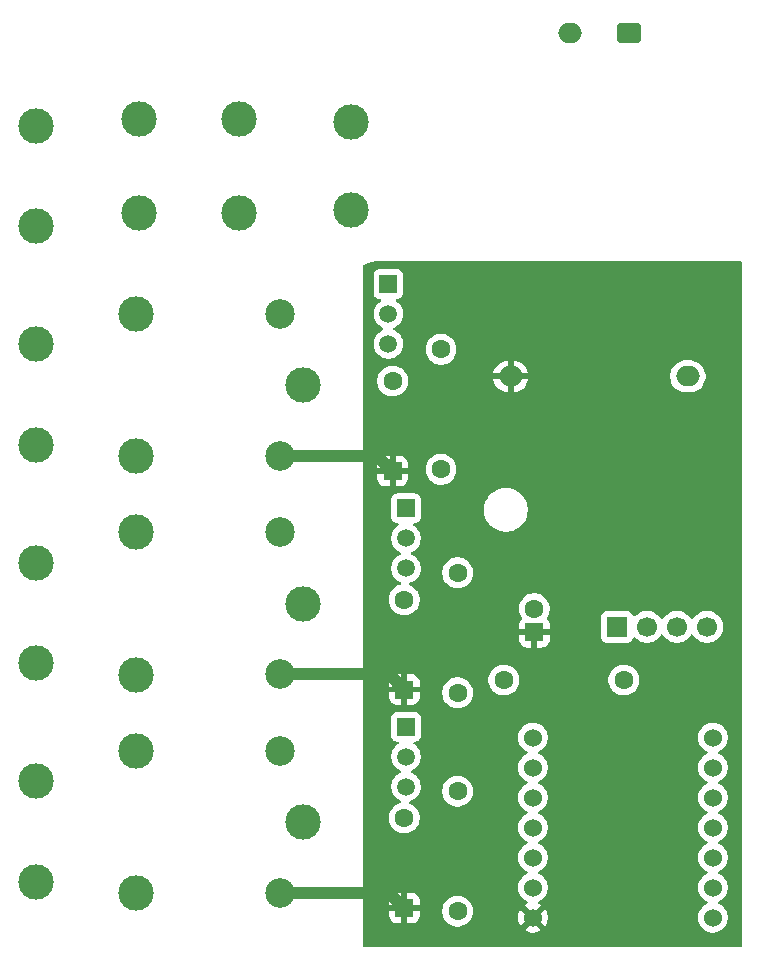
<source format=gbr>
%TF.GenerationSoftware,KiCad,Pcbnew,9.0.5*%
%TF.CreationDate,2025-11-05T07:39:26+01:00*%
%TF.ProjectId,power-sequencer-pcb,706f7765-722d-4736-9571-75656e636572,B*%
%TF.SameCoordinates,Original*%
%TF.FileFunction,Copper,L2,Inr*%
%TF.FilePolarity,Positive*%
%FSLAX46Y46*%
G04 Gerber Fmt 4.6, Leading zero omitted, Abs format (unit mm)*
G04 Created by KiCad (PCBNEW 9.0.5) date 2025-11-05 07:39:26*
%MOMM*%
%LPD*%
G01*
G04 APERTURE LIST*
G04 Aperture macros list*
%AMRoundRect*
0 Rectangle with rounded corners*
0 $1 Rounding radius*
0 $2 $3 $4 $5 $6 $7 $8 $9 X,Y pos of 4 corners*
0 Add a 4 corners polygon primitive as box body*
4,1,4,$2,$3,$4,$5,$6,$7,$8,$9,$2,$3,0*
0 Add four circle primitives for the rounded corners*
1,1,$1+$1,$2,$3*
1,1,$1+$1,$4,$5*
1,1,$1+$1,$6,$7*
1,1,$1+$1,$8,$9*
0 Add four rect primitives between the rounded corners*
20,1,$1+$1,$2,$3,$4,$5,0*
20,1,$1+$1,$4,$5,$6,$7,0*
20,1,$1+$1,$6,$7,$8,$9,0*
20,1,$1+$1,$8,$9,$2,$3,0*%
G04 Aperture macros list end*
%TA.AperFunction,ComponentPad*%
%ADD10C,3.000000*%
%TD*%
%TA.AperFunction,ComponentPad*%
%ADD11C,1.600000*%
%TD*%
%TA.AperFunction,ComponentPad*%
%ADD12RoundRect,0.250000X0.550000X-0.550000X0.550000X0.550000X-0.550000X0.550000X-0.550000X-0.550000X0*%
%TD*%
%TA.AperFunction,ComponentPad*%
%ADD13C,2.500000*%
%TD*%
%TA.AperFunction,ComponentPad*%
%ADD14C,1.524000*%
%TD*%
%TA.AperFunction,ComponentPad*%
%ADD15R,1.500000X1.500000*%
%TD*%
%TA.AperFunction,ComponentPad*%
%ADD16C,1.500000*%
%TD*%
%TA.AperFunction,ComponentPad*%
%ADD17R,1.700000X1.700000*%
%TD*%
%TA.AperFunction,ComponentPad*%
%ADD18C,1.700000*%
%TD*%
%TA.AperFunction,ComponentPad*%
%ADD19RoundRect,0.250000X-0.750000X0.600000X-0.750000X-0.600000X0.750000X-0.600000X0.750000X0.600000X0*%
%TD*%
%TA.AperFunction,ComponentPad*%
%ADD20O,2.000000X1.700000*%
%TD*%
%TA.AperFunction,Conductor*%
%ADD21C,1.000000*%
%TD*%
G04 APERTURE END LIST*
D10*
%TO.N,Net-(SW2-A)*%
%TO.C,SW2*%
X103500000Y-69000000D03*
%TO.N,AC_L*%
X103500000Y-77000000D03*
%TD*%
%TO.N,Net-(J1-Pin_1)*%
%TO.C,J1*%
X86307500Y-78095000D03*
%TO.N,AC_N*%
X86307500Y-69595000D03*
%TD*%
%TO.N,Net-(J2-Pin_1)*%
%TO.C,J2*%
X86307500Y-96595000D03*
%TO.N,AC_N*%
X86307500Y-88095000D03*
%TD*%
%TO.N,Net-(J4-Pin_1)*%
%TO.C,J4*%
X86307500Y-133595000D03*
%TO.N,AC_N*%
X86307500Y-125095000D03*
%TD*%
D11*
%TO.N,Net-(Q2-B)*%
%TO.C,R3*%
X122000000Y-107420000D03*
%TO.N,Net-(U1-GPIO4{slash}MISO)*%
X122000000Y-117580000D03*
%TD*%
D12*
%TO.N,+5V*%
%TO.C,D3*%
X117500000Y-135810000D03*
D11*
%TO.N,Net-(D3-A)*%
X117500000Y-128190000D03*
%TD*%
%TO.N,Net-(Q1-B)*%
%TO.C,R2*%
X120595000Y-88515000D03*
%TO.N,Net-(U1-GPIO2{slash}SCK)*%
X120595000Y-98675000D03*
%TD*%
D10*
%TO.N,AC_L*%
%TO.C,K2*%
X108950000Y-110050000D03*
D13*
%TO.N,Net-(D2-A)*%
X107000000Y-104000000D03*
D10*
%TO.N,Net-(J3-Pin_1)*%
X94800000Y-104000000D03*
%TO.N,unconnected-(K2-Pad4)*%
X94750000Y-116050000D03*
D13*
%TO.N,+5V*%
X107000000Y-116000000D03*
%TD*%
D10*
%TO.N,AC_L*%
%TO.C,RV1*%
X113000000Y-76750000D03*
%TO.N,AC_N*%
X113000000Y-69250000D03*
%TD*%
D12*
%TO.N,+5V*%
%TO.C,C1*%
X128500000Y-112455113D03*
D11*
%TO.N,DC_GND*%
X128500000Y-110455113D03*
%TD*%
D14*
%TO.N,unconnected-(U1-GPIO26{slash}ADC0{slash}A0-Pad1)*%
%TO.C,U1*%
X143620000Y-136620000D03*
%TO.N,unconnected-(U1-GPIO27{slash}ADC1{slash}A1-Pad2)*%
X143620000Y-134080000D03*
%TO.N,unconnected-(U1-GPIO28{slash}ADC2{slash}A2-Pad3)*%
X143620000Y-131540000D03*
%TO.N,unconnected-(U1-GPIO29{slash}ADC3{slash}A3-Pad4)*%
X143620000Y-129000000D03*
%TO.N,BUTTON*%
X143620000Y-126460000D03*
%TO.N,LED*%
X143620000Y-123920000D03*
%TO.N,unconnected-(U1-GPIO0{slash}TX-Pad7)*%
X143620000Y-121380000D03*
%TO.N,unconnected-(U1-GPIO1{slash}RX-Pad8)*%
X128380000Y-121380000D03*
%TO.N,Net-(U1-GPIO2{slash}SCK)*%
X128380000Y-123920000D03*
%TO.N,Net-(U1-GPIO4{slash}MISO)*%
X128380000Y-126460000D03*
%TO.N,Net-(U1-GPIO3{slash}MOSI)*%
X128380000Y-129000000D03*
%TO.N,+3V3*%
X128380000Y-131540000D03*
%TO.N,DC_GND*%
X128380000Y-134080000D03*
%TO.N,+5V*%
X128380000Y-136620000D03*
%TD*%
D10*
%TO.N,Net-(J3-Pin_1)*%
%TO.C,J3*%
X86307500Y-115095000D03*
%TO.N,AC_N*%
X86307500Y-106595000D03*
%TD*%
D12*
%TO.N,+5V*%
%TO.C,D2*%
X117500000Y-117310000D03*
D11*
%TO.N,Net-(D2-A)*%
X117500000Y-109690000D03*
%TD*%
D10*
%TO.N,AC_L*%
%TO.C,K3*%
X108950000Y-128550000D03*
D13*
%TO.N,Net-(D3-A)*%
X107000000Y-122500000D03*
D10*
%TO.N,Net-(J4-Pin_1)*%
X94800000Y-122500000D03*
%TO.N,unconnected-(K3-Pad4)*%
X94750000Y-134550000D03*
D13*
%TO.N,+5V*%
X107000000Y-134500000D03*
%TD*%
D11*
%TO.N,Net-(Q3-B)*%
%TO.C,R4*%
X122000000Y-125920000D03*
%TO.N,Net-(U1-GPIO3{slash}MOSI)*%
X122000000Y-136080000D03*
%TD*%
D12*
%TO.N,+5V*%
%TO.C,D1*%
X116500000Y-98810000D03*
D11*
%TO.N,Net-(D1-A)*%
X116500000Y-91190000D03*
%TD*%
D10*
%TO.N,AC_L*%
%TO.C,K1*%
X108950000Y-91550000D03*
D13*
%TO.N,Net-(D1-A)*%
X107000000Y-85500000D03*
D10*
%TO.N,Net-(J2-Pin_1)*%
X94800000Y-85500000D03*
%TO.N,unconnected-(K1-Pad4)*%
X94750000Y-97550000D03*
D13*
%TO.N,+5V*%
X107000000Y-97500000D03*
%TD*%
D15*
%TO.N,DC_GND*%
%TO.C,Q3*%
X117640000Y-120460000D03*
D16*
%TO.N,Net-(Q3-B)*%
X117640000Y-123000000D03*
%TO.N,Net-(D3-A)*%
X117640000Y-125540000D03*
%TD*%
D17*
%TO.N,DC_GND*%
%TO.C,SW1*%
X135500000Y-112000000D03*
D18*
%TO.N,BUTTON*%
X138040000Y-112000000D03*
%TO.N,DC_GND*%
X140580000Y-112000000D03*
%TO.N,LED*%
X143120000Y-112000000D03*
%TD*%
D19*
%TO.N,AC_L*%
%TO.C,PS1*%
X136500000Y-61712500D03*
D20*
%TO.N,AC_N*%
X131500000Y-61712500D03*
%TO.N,DC_GND*%
X141500000Y-90792500D03*
%TO.N,+5V*%
X126500000Y-90792500D03*
%TD*%
D11*
%TO.N,BUTTON*%
%TO.C,R1*%
X136080000Y-116500000D03*
%TO.N,+3V3*%
X125920000Y-116500000D03*
%TD*%
D15*
%TO.N,DC_GND*%
%TO.C,Q1*%
X116140000Y-82960000D03*
D16*
%TO.N,Net-(Q1-B)*%
X116140000Y-85500000D03*
%TO.N,Net-(D1-A)*%
X116140000Y-88040000D03*
%TD*%
D10*
%TO.N,Net-(J1-Pin_1)*%
%TO.C,F1*%
X95000000Y-77000000D03*
%TO.N,Net-(SW2-A)*%
X95000000Y-69000000D03*
%TD*%
D15*
%TO.N,DC_GND*%
%TO.C,Q2*%
X117640000Y-101960000D03*
D16*
%TO.N,Net-(Q2-B)*%
X117640000Y-104500000D03*
%TO.N,Net-(D2-A)*%
X117640000Y-107040000D03*
%TD*%
D21*
%TO.N,+5V*%
X107000000Y-97500000D02*
X115190000Y-97500000D01*
X115190000Y-97500000D02*
X116500000Y-98810000D01*
X107000000Y-116000000D02*
X116190000Y-116000000D01*
X116190000Y-116000000D02*
X117500000Y-117310000D01*
X107000000Y-134500000D02*
X116190000Y-134500000D01*
X116190000Y-134500000D02*
X117500000Y-135810000D01*
%TD*%
%TA.AperFunction,Conductor*%
%TO.N,+5V*%
G36*
X146037539Y-81019685D02*
G01*
X146083294Y-81072489D01*
X146094500Y-81124000D01*
X146094500Y-138970500D01*
X146074815Y-139037539D01*
X146022011Y-139083294D01*
X145970500Y-139094500D01*
X114124000Y-139094500D01*
X114056961Y-139074815D01*
X114011206Y-139022011D01*
X114000000Y-138970500D01*
X114000000Y-135210013D01*
X116200000Y-135210013D01*
X116200000Y-135560000D01*
X117184314Y-135560000D01*
X117179920Y-135564394D01*
X117127259Y-135655606D01*
X117100000Y-135757339D01*
X117100000Y-135862661D01*
X117127259Y-135964394D01*
X117179920Y-136055606D01*
X117184314Y-136060000D01*
X116200001Y-136060000D01*
X116200001Y-136409986D01*
X116210494Y-136512697D01*
X116265641Y-136679119D01*
X116265643Y-136679124D01*
X116357684Y-136828345D01*
X116481654Y-136952315D01*
X116630875Y-137044356D01*
X116630880Y-137044358D01*
X116797302Y-137099505D01*
X116797309Y-137099506D01*
X116900019Y-137109999D01*
X117249999Y-137109999D01*
X117250000Y-137109998D01*
X117250000Y-136125686D01*
X117254394Y-136130080D01*
X117345606Y-136182741D01*
X117447339Y-136210000D01*
X117552661Y-136210000D01*
X117654394Y-136182741D01*
X117745606Y-136130080D01*
X117750000Y-136125686D01*
X117750000Y-137109999D01*
X118099972Y-137109999D01*
X118099986Y-137109998D01*
X118202697Y-137099505D01*
X118369119Y-137044358D01*
X118369124Y-137044356D01*
X118518345Y-136952315D01*
X118642315Y-136828345D01*
X118734356Y-136679124D01*
X118734358Y-136679119D01*
X118789505Y-136512697D01*
X118789506Y-136512690D01*
X118799999Y-136409986D01*
X118800000Y-136409973D01*
X118800000Y-136060000D01*
X117815686Y-136060000D01*
X117820080Y-136055606D01*
X117865089Y-135977648D01*
X120699500Y-135977648D01*
X120699500Y-136182351D01*
X120731522Y-136384534D01*
X120794781Y-136579223D01*
X120887715Y-136761613D01*
X121008028Y-136927213D01*
X121152786Y-137071971D01*
X121307749Y-137184556D01*
X121318390Y-137192287D01*
X121434607Y-137251503D01*
X121500776Y-137285218D01*
X121500778Y-137285218D01*
X121500781Y-137285220D01*
X121603868Y-137318715D01*
X121695465Y-137348477D01*
X121796557Y-137364488D01*
X121897648Y-137380500D01*
X121897649Y-137380500D01*
X122102351Y-137380500D01*
X122102352Y-137380500D01*
X122304534Y-137348477D01*
X122499219Y-137285220D01*
X122681610Y-137192287D01*
X122802526Y-137104437D01*
X122847213Y-137071971D01*
X122847215Y-137071968D01*
X122847219Y-137071966D01*
X122991966Y-136927219D01*
X122991968Y-136927215D01*
X122991971Y-136927213D01*
X123044732Y-136854590D01*
X123112287Y-136761610D01*
X123205220Y-136579219D01*
X123260207Y-136409986D01*
X123268476Y-136384538D01*
X123268476Y-136384537D01*
X123268477Y-136384534D01*
X123300500Y-136182352D01*
X123300500Y-135977648D01*
X123268477Y-135775466D01*
X123205220Y-135580781D01*
X123205218Y-135580778D01*
X123205218Y-135580776D01*
X123158924Y-135489920D01*
X123112287Y-135398390D01*
X123082579Y-135357500D01*
X122991971Y-135232786D01*
X122847213Y-135088028D01*
X122681613Y-134967715D01*
X122681612Y-134967714D01*
X122681610Y-134967713D01*
X122624653Y-134938691D01*
X122499223Y-134874781D01*
X122304534Y-134811522D01*
X122129995Y-134783878D01*
X122102352Y-134779500D01*
X121897648Y-134779500D01*
X121873329Y-134783351D01*
X121695465Y-134811522D01*
X121500776Y-134874781D01*
X121318386Y-134967715D01*
X121152786Y-135088028D01*
X121008028Y-135232786D01*
X120887715Y-135398386D01*
X120794781Y-135580776D01*
X120731522Y-135775465D01*
X120699500Y-135977648D01*
X117865089Y-135977648D01*
X117872741Y-135964394D01*
X117900000Y-135862661D01*
X117900000Y-135757339D01*
X117872741Y-135655606D01*
X117820080Y-135564394D01*
X117815686Y-135560000D01*
X118799999Y-135560000D01*
X118799999Y-135210028D01*
X118799998Y-135210013D01*
X118789505Y-135107302D01*
X118734358Y-134940880D01*
X118734356Y-134940875D01*
X118642315Y-134791654D01*
X118518345Y-134667684D01*
X118369124Y-134575643D01*
X118369119Y-134575641D01*
X118202697Y-134520494D01*
X118202690Y-134520493D01*
X118099986Y-134510000D01*
X117750000Y-134510000D01*
X117750000Y-135494314D01*
X117745606Y-135489920D01*
X117654394Y-135437259D01*
X117552661Y-135410000D01*
X117447339Y-135410000D01*
X117345606Y-135437259D01*
X117254394Y-135489920D01*
X117250000Y-135494314D01*
X117250000Y-134510000D01*
X116900028Y-134510000D01*
X116900012Y-134510001D01*
X116797302Y-134520494D01*
X116630880Y-134575641D01*
X116630875Y-134575643D01*
X116481654Y-134667684D01*
X116357684Y-134791654D01*
X116265643Y-134940875D01*
X116265641Y-134940880D01*
X116210494Y-135107302D01*
X116210493Y-135107309D01*
X116200000Y-135210013D01*
X114000000Y-135210013D01*
X114000000Y-128087648D01*
X116199500Y-128087648D01*
X116199500Y-128292351D01*
X116231522Y-128494534D01*
X116294781Y-128689223D01*
X116387715Y-128871613D01*
X116508028Y-129037213D01*
X116652786Y-129181971D01*
X116807749Y-129294556D01*
X116818390Y-129302287D01*
X116934607Y-129361503D01*
X117000776Y-129395218D01*
X117000778Y-129395218D01*
X117000781Y-129395220D01*
X117105137Y-129429127D01*
X117195465Y-129458477D01*
X117296557Y-129474488D01*
X117397648Y-129490500D01*
X117397649Y-129490500D01*
X117602351Y-129490500D01*
X117602352Y-129490500D01*
X117804534Y-129458477D01*
X117999219Y-129395220D01*
X118181610Y-129302287D01*
X118274590Y-129234732D01*
X118347213Y-129181971D01*
X118347215Y-129181968D01*
X118347219Y-129181966D01*
X118491966Y-129037219D01*
X118491968Y-129037215D01*
X118491971Y-129037213D01*
X118591196Y-128900639D01*
X118612287Y-128871610D01*
X118705220Y-128689219D01*
X118768477Y-128494534D01*
X118800500Y-128292352D01*
X118800500Y-128087648D01*
X118792481Y-128037019D01*
X118768477Y-127885465D01*
X118720400Y-127737500D01*
X118705220Y-127690781D01*
X118705218Y-127690778D01*
X118705218Y-127690776D01*
X118668908Y-127619515D01*
X118612287Y-127508390D01*
X118604556Y-127497749D01*
X118491971Y-127342786D01*
X118347213Y-127198028D01*
X118181613Y-127077715D01*
X118181612Y-127077714D01*
X118181610Y-127077713D01*
X118092451Y-127032284D01*
X117999220Y-126984780D01*
X117982625Y-126979388D01*
X117924951Y-126939949D01*
X117897754Y-126875590D01*
X117909670Y-126806744D01*
X117956915Y-126755269D01*
X117982626Y-126743527D01*
X118120025Y-126698884D01*
X118295405Y-126609524D01*
X118454646Y-126493828D01*
X118593828Y-126354646D01*
X118709524Y-126195405D01*
X118798884Y-126020025D01*
X118859709Y-125832826D01*
X118862113Y-125817648D01*
X120699500Y-125817648D01*
X120699500Y-126022351D01*
X120731522Y-126224534D01*
X120794781Y-126419223D01*
X120887715Y-126601613D01*
X121008028Y-126767213D01*
X121152786Y-126911971D01*
X121307749Y-127024556D01*
X121318390Y-127032287D01*
X121434607Y-127091503D01*
X121500776Y-127125218D01*
X121500778Y-127125218D01*
X121500781Y-127125220D01*
X121605137Y-127159127D01*
X121695465Y-127188477D01*
X121796557Y-127204488D01*
X121897648Y-127220500D01*
X121897649Y-127220500D01*
X122102351Y-127220500D01*
X122102352Y-127220500D01*
X122304534Y-127188477D01*
X122499219Y-127125220D01*
X122681610Y-127032287D01*
X122802262Y-126944629D01*
X122847213Y-126911971D01*
X122847215Y-126911968D01*
X122847219Y-126911966D01*
X122991966Y-126767219D01*
X122991968Y-126767215D01*
X122991971Y-126767213D01*
X123044732Y-126694590D01*
X123112287Y-126601610D01*
X123205220Y-126419219D01*
X123268477Y-126224534D01*
X123300500Y-126022352D01*
X123300500Y-125817648D01*
X123268477Y-125615466D01*
X123205220Y-125420781D01*
X123205218Y-125420778D01*
X123205218Y-125420776D01*
X123138581Y-125289995D01*
X123112287Y-125238390D01*
X123080989Y-125195311D01*
X122991971Y-125072786D01*
X122847213Y-124928028D01*
X122681613Y-124807715D01*
X122681612Y-124807714D01*
X122681610Y-124807713D01*
X122624653Y-124778691D01*
X122499223Y-124714781D01*
X122304534Y-124651522D01*
X122129995Y-124623878D01*
X122102352Y-124619500D01*
X121897648Y-124619500D01*
X121873329Y-124623351D01*
X121695465Y-124651522D01*
X121500776Y-124714781D01*
X121318386Y-124807715D01*
X121152786Y-124928028D01*
X121008028Y-125072786D01*
X120887715Y-125238386D01*
X120794781Y-125420776D01*
X120731522Y-125615465D01*
X120699500Y-125817648D01*
X118862113Y-125817648D01*
X118865957Y-125793378D01*
X118890500Y-125638422D01*
X118890500Y-125441577D01*
X118859709Y-125247173D01*
X118820821Y-125127490D01*
X118798884Y-125059975D01*
X118798882Y-125059972D01*
X118798882Y-125059970D01*
X118709523Y-124884594D01*
X118708349Y-124882978D01*
X118593828Y-124725354D01*
X118454646Y-124586172D01*
X118375025Y-124528324D01*
X118295403Y-124470474D01*
X118118787Y-124380485D01*
X118067990Y-124332511D01*
X118051195Y-124264690D01*
X118073732Y-124198555D01*
X118118787Y-124159515D01*
X118295403Y-124069525D01*
X118295402Y-124069525D01*
X118295405Y-124069524D01*
X118454646Y-123953828D01*
X118593828Y-123814646D01*
X118709524Y-123655405D01*
X118798884Y-123480025D01*
X118859709Y-123292826D01*
X118890500Y-123098422D01*
X118890500Y-122901577D01*
X118859709Y-122707173D01*
X118820821Y-122587490D01*
X118798884Y-122519975D01*
X118798882Y-122519972D01*
X118798882Y-122519970D01*
X118709523Y-122344594D01*
X118708349Y-122342978D01*
X118593828Y-122185354D01*
X118454646Y-122046172D01*
X118301377Y-121934815D01*
X118258714Y-121879487D01*
X118252735Y-121809873D01*
X118285341Y-121748078D01*
X118346180Y-121713721D01*
X118374264Y-121710499D01*
X118437872Y-121710499D01*
X118497483Y-121704091D01*
X118632331Y-121653796D01*
X118747546Y-121567546D01*
X118833796Y-121452331D01*
X118884091Y-121317483D01*
X118888052Y-121280639D01*
X127117500Y-121280639D01*
X127117500Y-121479360D01*
X127148587Y-121675637D01*
X127209993Y-121864629D01*
X127209994Y-121864632D01*
X127245756Y-121934817D01*
X127300213Y-122041694D01*
X127417019Y-122202464D01*
X127557536Y-122342981D01*
X127718306Y-122459787D01*
X127836421Y-122519970D01*
X127874780Y-122539515D01*
X127925576Y-122587490D01*
X127942371Y-122655311D01*
X127919833Y-122721446D01*
X127874780Y-122760485D01*
X127718305Y-122840213D01*
X127557533Y-122957021D01*
X127417021Y-123097533D01*
X127300213Y-123258305D01*
X127209994Y-123435367D01*
X127209993Y-123435370D01*
X127148587Y-123624362D01*
X127117500Y-123820639D01*
X127117500Y-124019360D01*
X127148587Y-124215637D01*
X127209993Y-124404629D01*
X127209994Y-124404632D01*
X127243543Y-124470474D01*
X127300213Y-124581694D01*
X127417019Y-124742464D01*
X127557536Y-124882981D01*
X127718306Y-124999787D01*
X127836421Y-125059970D01*
X127874780Y-125079515D01*
X127925576Y-125127490D01*
X127942371Y-125195311D01*
X127919833Y-125261446D01*
X127874780Y-125300485D01*
X127718305Y-125380213D01*
X127557533Y-125497021D01*
X127417021Y-125637533D01*
X127300213Y-125798305D01*
X127209994Y-125975367D01*
X127209993Y-125975370D01*
X127148587Y-126164362D01*
X127117500Y-126360639D01*
X127117500Y-126559360D01*
X127148587Y-126755637D01*
X127209993Y-126944629D01*
X127209994Y-126944632D01*
X127277803Y-127077713D01*
X127300213Y-127121694D01*
X127417019Y-127282464D01*
X127557536Y-127422981D01*
X127718306Y-127539787D01*
X127836832Y-127600179D01*
X127874780Y-127619515D01*
X127925576Y-127667490D01*
X127942371Y-127735311D01*
X127919833Y-127801446D01*
X127874780Y-127840485D01*
X127718305Y-127920213D01*
X127557533Y-128037021D01*
X127417021Y-128177533D01*
X127300213Y-128338305D01*
X127209994Y-128515367D01*
X127209993Y-128515370D01*
X127148587Y-128704362D01*
X127117500Y-128900639D01*
X127117500Y-129099360D01*
X127148587Y-129295637D01*
X127209993Y-129484629D01*
X127209994Y-129484632D01*
X127300213Y-129661694D01*
X127417019Y-129822464D01*
X127557536Y-129962981D01*
X127718306Y-130079787D01*
X127836832Y-130140179D01*
X127874780Y-130159515D01*
X127925576Y-130207490D01*
X127942371Y-130275311D01*
X127919833Y-130341446D01*
X127874780Y-130380485D01*
X127718305Y-130460213D01*
X127557533Y-130577021D01*
X127417021Y-130717533D01*
X127300213Y-130878305D01*
X127209994Y-131055367D01*
X127209993Y-131055370D01*
X127148587Y-131244362D01*
X127117500Y-131440639D01*
X127117500Y-131639360D01*
X127148587Y-131835637D01*
X127209993Y-132024629D01*
X127209994Y-132024632D01*
X127300213Y-132201694D01*
X127417019Y-132362464D01*
X127557536Y-132502981D01*
X127718306Y-132619787D01*
X127836832Y-132680179D01*
X127874780Y-132699515D01*
X127925576Y-132747490D01*
X127942371Y-132815311D01*
X127919833Y-132881446D01*
X127874780Y-132920485D01*
X127718305Y-133000213D01*
X127557533Y-133117021D01*
X127417021Y-133257533D01*
X127300213Y-133418305D01*
X127209994Y-133595367D01*
X127209993Y-133595370D01*
X127148587Y-133784362D01*
X127117500Y-133980639D01*
X127117500Y-134179360D01*
X127148587Y-134375637D01*
X127209993Y-134564629D01*
X127209994Y-134564632D01*
X127300213Y-134741694D01*
X127417019Y-134902464D01*
X127557536Y-135042981D01*
X127718306Y-135159787D01*
X127875332Y-135239796D01*
X127926127Y-135287769D01*
X127942922Y-135355590D01*
X127920385Y-135421725D01*
X127875332Y-135460764D01*
X127718566Y-135540641D01*
X127681283Y-135567729D01*
X127681282Y-135567730D01*
X128295906Y-136182352D01*
X128208429Y-136205792D01*
X128107070Y-136264311D01*
X128024311Y-136347070D01*
X127965792Y-136448429D01*
X127942352Y-136535905D01*
X127327730Y-135921282D01*
X127327729Y-135921283D01*
X127300643Y-135958564D01*
X127210457Y-136135562D01*
X127149075Y-136324476D01*
X127149075Y-136324479D01*
X127118000Y-136520678D01*
X127118000Y-136719321D01*
X127149075Y-136915520D01*
X127149075Y-136915523D01*
X127210457Y-137104437D01*
X127300641Y-137281432D01*
X127327730Y-137318715D01*
X127327731Y-137318716D01*
X127942352Y-136704094D01*
X127965792Y-136791571D01*
X128024311Y-136892930D01*
X128107070Y-136975689D01*
X128208429Y-137034208D01*
X128295905Y-137057647D01*
X127681283Y-137672268D01*
X127681283Y-137672269D01*
X127718567Y-137699358D01*
X127895562Y-137789542D01*
X128084477Y-137850924D01*
X128280679Y-137882000D01*
X128479321Y-137882000D01*
X128675520Y-137850924D01*
X128675523Y-137850924D01*
X128864437Y-137789542D01*
X129041425Y-137699362D01*
X129078716Y-137672268D01*
X128464095Y-137057647D01*
X128551571Y-137034208D01*
X128652930Y-136975689D01*
X128735689Y-136892930D01*
X128794208Y-136791571D01*
X128817647Y-136704094D01*
X129432268Y-137318715D01*
X129459362Y-137281425D01*
X129549542Y-137104437D01*
X129610924Y-136915523D01*
X129610924Y-136915520D01*
X129642000Y-136719321D01*
X129642000Y-136520678D01*
X129610924Y-136324479D01*
X129610924Y-136324476D01*
X129549542Y-136135562D01*
X129459358Y-135958567D01*
X129432268Y-135921283D01*
X128817647Y-136535904D01*
X128794208Y-136448429D01*
X128735689Y-136347070D01*
X128652930Y-136264311D01*
X128551571Y-136205792D01*
X128464094Y-136182352D01*
X129078716Y-135567731D01*
X129078715Y-135567730D01*
X129041432Y-135540641D01*
X128884668Y-135460765D01*
X128833872Y-135412790D01*
X128817077Y-135344969D01*
X128839615Y-135278834D01*
X128884667Y-135239796D01*
X129041694Y-135159787D01*
X129202464Y-135042981D01*
X129342981Y-134902464D01*
X129459787Y-134741694D01*
X129550005Y-134564632D01*
X129611413Y-134375636D01*
X129642500Y-134179361D01*
X129642500Y-133980639D01*
X129611413Y-133784364D01*
X129550005Y-133595368D01*
X129550005Y-133595367D01*
X129459786Y-133418305D01*
X129342981Y-133257536D01*
X129202464Y-133117019D01*
X129041694Y-133000213D01*
X128885218Y-132920484D01*
X128834423Y-132872510D01*
X128817628Y-132804689D01*
X128840165Y-132738554D01*
X128885218Y-132699515D01*
X129041694Y-132619787D01*
X129202464Y-132502981D01*
X129342981Y-132362464D01*
X129459787Y-132201694D01*
X129550005Y-132024632D01*
X129611413Y-131835636D01*
X129642500Y-131639361D01*
X129642500Y-131440639D01*
X129611413Y-131244364D01*
X129550005Y-131055368D01*
X129550005Y-131055367D01*
X129459786Y-130878305D01*
X129342981Y-130717536D01*
X129202464Y-130577019D01*
X129041694Y-130460213D01*
X128885218Y-130380484D01*
X128834423Y-130332510D01*
X128817628Y-130264689D01*
X128840165Y-130198554D01*
X128885218Y-130159515D01*
X129041694Y-130079787D01*
X129202464Y-129962981D01*
X129342981Y-129822464D01*
X129459787Y-129661694D01*
X129550005Y-129484632D01*
X129611413Y-129295636D01*
X129642500Y-129099361D01*
X129642500Y-128900639D01*
X129611413Y-128704364D01*
X129550005Y-128515368D01*
X129550005Y-128515367D01*
X129459786Y-128338305D01*
X129342981Y-128177536D01*
X129202464Y-128037019D01*
X129041694Y-127920213D01*
X128885218Y-127840484D01*
X128834423Y-127792510D01*
X128817628Y-127724689D01*
X128840165Y-127658554D01*
X128885218Y-127619515D01*
X129041694Y-127539787D01*
X129202464Y-127422981D01*
X129342981Y-127282464D01*
X129459787Y-127121694D01*
X129550005Y-126944632D01*
X129611413Y-126755636D01*
X129642500Y-126559361D01*
X129642500Y-126360639D01*
X129611413Y-126164364D01*
X129550005Y-125975368D01*
X129550005Y-125975367D01*
X129459786Y-125798305D01*
X129342981Y-125637536D01*
X129202464Y-125497019D01*
X129041694Y-125380213D01*
X128885218Y-125300484D01*
X128834423Y-125252510D01*
X128817628Y-125184689D01*
X128840165Y-125118554D01*
X128885218Y-125079515D01*
X129041694Y-124999787D01*
X129202464Y-124882981D01*
X129342981Y-124742464D01*
X129459787Y-124581694D01*
X129550005Y-124404632D01*
X129611413Y-124215636D01*
X129642500Y-124019361D01*
X129642500Y-123820639D01*
X129611413Y-123624364D01*
X129550005Y-123435368D01*
X129550005Y-123435367D01*
X129459786Y-123258305D01*
X129342981Y-123097536D01*
X129202464Y-122957019D01*
X129041694Y-122840213D01*
X128885218Y-122760484D01*
X128834423Y-122712510D01*
X128817628Y-122644689D01*
X128840165Y-122578554D01*
X128885218Y-122539515D01*
X129041694Y-122459787D01*
X129202464Y-122342981D01*
X129342981Y-122202464D01*
X129459787Y-122041694D01*
X129550005Y-121864632D01*
X129611413Y-121675636D01*
X129642500Y-121479361D01*
X129642500Y-121280639D01*
X142357500Y-121280639D01*
X142357500Y-121479360D01*
X142388587Y-121675637D01*
X142449993Y-121864629D01*
X142449994Y-121864632D01*
X142485756Y-121934817D01*
X142540213Y-122041694D01*
X142657019Y-122202464D01*
X142797536Y-122342981D01*
X142958306Y-122459787D01*
X143076421Y-122519970D01*
X143114780Y-122539515D01*
X143165576Y-122587490D01*
X143182371Y-122655311D01*
X143159833Y-122721446D01*
X143114780Y-122760485D01*
X142958305Y-122840213D01*
X142797533Y-122957021D01*
X142657021Y-123097533D01*
X142540213Y-123258305D01*
X142449994Y-123435367D01*
X142449993Y-123435370D01*
X142388587Y-123624362D01*
X142357500Y-123820639D01*
X142357500Y-124019360D01*
X142388587Y-124215637D01*
X142449993Y-124404629D01*
X142449994Y-124404632D01*
X142483543Y-124470474D01*
X142540213Y-124581694D01*
X142657019Y-124742464D01*
X142797536Y-124882981D01*
X142958306Y-124999787D01*
X143076421Y-125059970D01*
X143114780Y-125079515D01*
X143165576Y-125127490D01*
X143182371Y-125195311D01*
X143159833Y-125261446D01*
X143114780Y-125300485D01*
X142958305Y-125380213D01*
X142797533Y-125497021D01*
X142657021Y-125637533D01*
X142540213Y-125798305D01*
X142449994Y-125975367D01*
X142449993Y-125975370D01*
X142388587Y-126164362D01*
X142357500Y-126360639D01*
X142357500Y-126559360D01*
X142388587Y-126755637D01*
X142449993Y-126944629D01*
X142449994Y-126944632D01*
X142517803Y-127077713D01*
X142540213Y-127121694D01*
X142657019Y-127282464D01*
X142797536Y-127422981D01*
X142958306Y-127539787D01*
X143076832Y-127600179D01*
X143114780Y-127619515D01*
X143165576Y-127667490D01*
X143182371Y-127735311D01*
X143159833Y-127801446D01*
X143114780Y-127840485D01*
X142958305Y-127920213D01*
X142797533Y-128037021D01*
X142657021Y-128177533D01*
X142540213Y-128338305D01*
X142449994Y-128515367D01*
X142449993Y-128515370D01*
X142388587Y-128704362D01*
X142357500Y-128900639D01*
X142357500Y-129099360D01*
X142388587Y-129295637D01*
X142449993Y-129484629D01*
X142449994Y-129484632D01*
X142540213Y-129661694D01*
X142657019Y-129822464D01*
X142797536Y-129962981D01*
X142958306Y-130079787D01*
X143076832Y-130140179D01*
X143114780Y-130159515D01*
X143165576Y-130207490D01*
X143182371Y-130275311D01*
X143159833Y-130341446D01*
X143114780Y-130380485D01*
X142958305Y-130460213D01*
X142797533Y-130577021D01*
X142657021Y-130717533D01*
X142540213Y-130878305D01*
X142449994Y-131055367D01*
X142449993Y-131055370D01*
X142388587Y-131244362D01*
X142357500Y-131440639D01*
X142357500Y-131639360D01*
X142388587Y-131835637D01*
X142449993Y-132024629D01*
X142449994Y-132024632D01*
X142540213Y-132201694D01*
X142657019Y-132362464D01*
X142797536Y-132502981D01*
X142958306Y-132619787D01*
X143076832Y-132680179D01*
X143114780Y-132699515D01*
X143165576Y-132747490D01*
X143182371Y-132815311D01*
X143159833Y-132881446D01*
X143114780Y-132920485D01*
X142958305Y-133000213D01*
X142797533Y-133117021D01*
X142657021Y-133257533D01*
X142540213Y-133418305D01*
X142449994Y-133595367D01*
X142449993Y-133595370D01*
X142388587Y-133784362D01*
X142357500Y-133980639D01*
X142357500Y-134179360D01*
X142388587Y-134375637D01*
X142449993Y-134564629D01*
X142449994Y-134564632D01*
X142540213Y-134741694D01*
X142657019Y-134902464D01*
X142797536Y-135042981D01*
X142958306Y-135159787D01*
X143056880Y-135210013D01*
X143114780Y-135239515D01*
X143165576Y-135287490D01*
X143182371Y-135355311D01*
X143159833Y-135421446D01*
X143114780Y-135460485D01*
X142958305Y-135540213D01*
X142797533Y-135657021D01*
X142657021Y-135797533D01*
X142540213Y-135958305D01*
X142449994Y-136135367D01*
X142449993Y-136135370D01*
X142388587Y-136324362D01*
X142357500Y-136520639D01*
X142357500Y-136719360D01*
X142388587Y-136915637D01*
X142449993Y-137104629D01*
X142449994Y-137104632D01*
X142540076Y-137281425D01*
X142540213Y-137281694D01*
X142657019Y-137442464D01*
X142797536Y-137582981D01*
X142958306Y-137699787D01*
X143045149Y-137744035D01*
X143135367Y-137790005D01*
X143135370Y-137790006D01*
X143229866Y-137820709D01*
X143324364Y-137851413D01*
X143520639Y-137882500D01*
X143520640Y-137882500D01*
X143719360Y-137882500D01*
X143719361Y-137882500D01*
X143915636Y-137851413D01*
X144104632Y-137790005D01*
X144281694Y-137699787D01*
X144442464Y-137582981D01*
X144582981Y-137442464D01*
X144699787Y-137281694D01*
X144790005Y-137104632D01*
X144851413Y-136915636D01*
X144882500Y-136719361D01*
X144882500Y-136520639D01*
X144851413Y-136324364D01*
X144790005Y-136135368D01*
X144790005Y-136135367D01*
X144702889Y-135964394D01*
X144699787Y-135958306D01*
X144582981Y-135797536D01*
X144442464Y-135657019D01*
X144281694Y-135540213D01*
X144125218Y-135460484D01*
X144074423Y-135412510D01*
X144057628Y-135344689D01*
X144080165Y-135278554D01*
X144125218Y-135239515D01*
X144281694Y-135159787D01*
X144442464Y-135042981D01*
X144582981Y-134902464D01*
X144699787Y-134741694D01*
X144790005Y-134564632D01*
X144851413Y-134375636D01*
X144882500Y-134179361D01*
X144882500Y-133980639D01*
X144851413Y-133784364D01*
X144790005Y-133595368D01*
X144790005Y-133595367D01*
X144699786Y-133418305D01*
X144582981Y-133257536D01*
X144442464Y-133117019D01*
X144281694Y-133000213D01*
X144125218Y-132920484D01*
X144074423Y-132872510D01*
X144057628Y-132804689D01*
X144080165Y-132738554D01*
X144125218Y-132699515D01*
X144281694Y-132619787D01*
X144442464Y-132502981D01*
X144582981Y-132362464D01*
X144699787Y-132201694D01*
X144790005Y-132024632D01*
X144851413Y-131835636D01*
X144882500Y-131639361D01*
X144882500Y-131440639D01*
X144851413Y-131244364D01*
X144790005Y-131055368D01*
X144790005Y-131055367D01*
X144699786Y-130878305D01*
X144582981Y-130717536D01*
X144442464Y-130577019D01*
X144281694Y-130460213D01*
X144125218Y-130380484D01*
X144074423Y-130332510D01*
X144057628Y-130264689D01*
X144080165Y-130198554D01*
X144125218Y-130159515D01*
X144281694Y-130079787D01*
X144442464Y-129962981D01*
X144582981Y-129822464D01*
X144699787Y-129661694D01*
X144790005Y-129484632D01*
X144851413Y-129295636D01*
X144882500Y-129099361D01*
X144882500Y-128900639D01*
X144851413Y-128704364D01*
X144790005Y-128515368D01*
X144790005Y-128515367D01*
X144699786Y-128338305D01*
X144582981Y-128177536D01*
X144442464Y-128037019D01*
X144281694Y-127920213D01*
X144125218Y-127840484D01*
X144074423Y-127792510D01*
X144057628Y-127724689D01*
X144080165Y-127658554D01*
X144125218Y-127619515D01*
X144281694Y-127539787D01*
X144442464Y-127422981D01*
X144582981Y-127282464D01*
X144699787Y-127121694D01*
X144790005Y-126944632D01*
X144851413Y-126755636D01*
X144882500Y-126559361D01*
X144882500Y-126360639D01*
X144851413Y-126164364D01*
X144790005Y-125975368D01*
X144790005Y-125975367D01*
X144699786Y-125798305D01*
X144582981Y-125637536D01*
X144442464Y-125497019D01*
X144281694Y-125380213D01*
X144125218Y-125300484D01*
X144074423Y-125252510D01*
X144057628Y-125184689D01*
X144080165Y-125118554D01*
X144125218Y-125079515D01*
X144281694Y-124999787D01*
X144442464Y-124882981D01*
X144582981Y-124742464D01*
X144699787Y-124581694D01*
X144790005Y-124404632D01*
X144851413Y-124215636D01*
X144882500Y-124019361D01*
X144882500Y-123820639D01*
X144851413Y-123624364D01*
X144790005Y-123435368D01*
X144790005Y-123435367D01*
X144699786Y-123258305D01*
X144582981Y-123097536D01*
X144442464Y-122957019D01*
X144281694Y-122840213D01*
X144125218Y-122760484D01*
X144074423Y-122712510D01*
X144057628Y-122644689D01*
X144080165Y-122578554D01*
X144125218Y-122539515D01*
X144281694Y-122459787D01*
X144442464Y-122342981D01*
X144582981Y-122202464D01*
X144699787Y-122041694D01*
X144790005Y-121864632D01*
X144851413Y-121675636D01*
X144882500Y-121479361D01*
X144882500Y-121280639D01*
X144851413Y-121084364D01*
X144790005Y-120895368D01*
X144790005Y-120895367D01*
X144699786Y-120718305D01*
X144582981Y-120557536D01*
X144442464Y-120417019D01*
X144281694Y-120300213D01*
X144104632Y-120209994D01*
X144104629Y-120209993D01*
X143915637Y-120148587D01*
X143817498Y-120133043D01*
X143719361Y-120117500D01*
X143520639Y-120117500D01*
X143455214Y-120127862D01*
X143324362Y-120148587D01*
X143135370Y-120209993D01*
X143135367Y-120209994D01*
X142958305Y-120300213D01*
X142797533Y-120417021D01*
X142657021Y-120557533D01*
X142540213Y-120718305D01*
X142449994Y-120895367D01*
X142449993Y-120895370D01*
X142388587Y-121084362D01*
X142357500Y-121280639D01*
X129642500Y-121280639D01*
X129611413Y-121084364D01*
X129550005Y-120895368D01*
X129550005Y-120895367D01*
X129459786Y-120718305D01*
X129342981Y-120557536D01*
X129202464Y-120417019D01*
X129041694Y-120300213D01*
X128864632Y-120209994D01*
X128864629Y-120209993D01*
X128675637Y-120148587D01*
X128577498Y-120133043D01*
X128479361Y-120117500D01*
X128280639Y-120117500D01*
X128215214Y-120127862D01*
X128084362Y-120148587D01*
X127895370Y-120209993D01*
X127895367Y-120209994D01*
X127718305Y-120300213D01*
X127557533Y-120417021D01*
X127417021Y-120557533D01*
X127300213Y-120718305D01*
X127209994Y-120895367D01*
X127209993Y-120895370D01*
X127148587Y-121084362D01*
X127117500Y-121280639D01*
X118888052Y-121280639D01*
X118890500Y-121257873D01*
X118890499Y-119662128D01*
X118884091Y-119602517D01*
X118833796Y-119467669D01*
X118833795Y-119467668D01*
X118833793Y-119467664D01*
X118747547Y-119352455D01*
X118747544Y-119352452D01*
X118632335Y-119266206D01*
X118632328Y-119266202D01*
X118497482Y-119215908D01*
X118497483Y-119215908D01*
X118437883Y-119209501D01*
X118437881Y-119209500D01*
X118437873Y-119209500D01*
X118437864Y-119209500D01*
X116842129Y-119209500D01*
X116842123Y-119209501D01*
X116782516Y-119215908D01*
X116647671Y-119266202D01*
X116647664Y-119266206D01*
X116532455Y-119352452D01*
X116532452Y-119352455D01*
X116446206Y-119467664D01*
X116446202Y-119467671D01*
X116395908Y-119602517D01*
X116389501Y-119662116D01*
X116389501Y-119662123D01*
X116389500Y-119662135D01*
X116389500Y-121257870D01*
X116389501Y-121257876D01*
X116395908Y-121317483D01*
X116446202Y-121452328D01*
X116446206Y-121452335D01*
X116532452Y-121567544D01*
X116532455Y-121567547D01*
X116647664Y-121653793D01*
X116647671Y-121653797D01*
X116782517Y-121704091D01*
X116782516Y-121704091D01*
X116789444Y-121704835D01*
X116842127Y-121710500D01*
X116905733Y-121710499D01*
X116972770Y-121730183D01*
X117018526Y-121782986D01*
X117028470Y-121852144D01*
X116999446Y-121915700D01*
X116978619Y-121934816D01*
X116825354Y-122046171D01*
X116686174Y-122185351D01*
X116686174Y-122185352D01*
X116686172Y-122185354D01*
X116636485Y-122253741D01*
X116570476Y-122344594D01*
X116481117Y-122519970D01*
X116420290Y-122707173D01*
X116389500Y-122901577D01*
X116389500Y-123098422D01*
X116420290Y-123292826D01*
X116481117Y-123480029D01*
X116554659Y-123624362D01*
X116570476Y-123655405D01*
X116686172Y-123814646D01*
X116825354Y-123953828D01*
X116984595Y-124069524D01*
X117107992Y-124132397D01*
X117161213Y-124159515D01*
X117212009Y-124207489D01*
X117228804Y-124275310D01*
X117206267Y-124341445D01*
X117161213Y-124380485D01*
X116984594Y-124470476D01*
X116893741Y-124536485D01*
X116825354Y-124586172D01*
X116825352Y-124586174D01*
X116825351Y-124586174D01*
X116686174Y-124725351D01*
X116686174Y-124725352D01*
X116686172Y-124725354D01*
X116636485Y-124793741D01*
X116570476Y-124884594D01*
X116481117Y-125059970D01*
X116420290Y-125247173D01*
X116389500Y-125441577D01*
X116389500Y-125638422D01*
X116420290Y-125832826D01*
X116481117Y-126020029D01*
X116554659Y-126164362D01*
X116570476Y-126195405D01*
X116686172Y-126354646D01*
X116825354Y-126493828D01*
X116984595Y-126609524D01*
X117159975Y-126698884D01*
X117159979Y-126698885D01*
X117164468Y-126700745D01*
X117163771Y-126702426D01*
X117215016Y-126737435D01*
X117242240Y-126801783D01*
X117230354Y-126870634D01*
X117183130Y-126922129D01*
X117157373Y-126933899D01*
X117000777Y-126984781D01*
X116818386Y-127077715D01*
X116652786Y-127198028D01*
X116508028Y-127342786D01*
X116387715Y-127508386D01*
X116294781Y-127690776D01*
X116231522Y-127885465D01*
X116199500Y-128087648D01*
X114000000Y-128087648D01*
X114000000Y-116710013D01*
X116200000Y-116710013D01*
X116200000Y-117060000D01*
X117184314Y-117060000D01*
X117179920Y-117064394D01*
X117127259Y-117155606D01*
X117100000Y-117257339D01*
X117100000Y-117362661D01*
X117127259Y-117464394D01*
X117179920Y-117555606D01*
X117184314Y-117560000D01*
X116200001Y-117560000D01*
X116200001Y-117909986D01*
X116210494Y-118012697D01*
X116265641Y-118179119D01*
X116265643Y-118179124D01*
X116357684Y-118328345D01*
X116481654Y-118452315D01*
X116630875Y-118544356D01*
X116630880Y-118544358D01*
X116797302Y-118599505D01*
X116797309Y-118599506D01*
X116900019Y-118609999D01*
X117249999Y-118609999D01*
X117250000Y-118609998D01*
X117250000Y-117625686D01*
X117254394Y-117630080D01*
X117345606Y-117682741D01*
X117447339Y-117710000D01*
X117552661Y-117710000D01*
X117654394Y-117682741D01*
X117745606Y-117630080D01*
X117750000Y-117625686D01*
X117750000Y-118609999D01*
X118099972Y-118609999D01*
X118099986Y-118609998D01*
X118202697Y-118599505D01*
X118369119Y-118544358D01*
X118369124Y-118544356D01*
X118518345Y-118452315D01*
X118642315Y-118328345D01*
X118734356Y-118179124D01*
X118734358Y-118179119D01*
X118789505Y-118012697D01*
X118789506Y-118012690D01*
X118799999Y-117909986D01*
X118800000Y-117909973D01*
X118800000Y-117560000D01*
X117815686Y-117560000D01*
X117820080Y-117555606D01*
X117865089Y-117477648D01*
X120699500Y-117477648D01*
X120699500Y-117682351D01*
X120731522Y-117884534D01*
X120794781Y-118079223D01*
X120887715Y-118261613D01*
X121008028Y-118427213D01*
X121152786Y-118571971D01*
X121307749Y-118684556D01*
X121318390Y-118692287D01*
X121434607Y-118751503D01*
X121500776Y-118785218D01*
X121500778Y-118785218D01*
X121500781Y-118785220D01*
X121605137Y-118819127D01*
X121695465Y-118848477D01*
X121796557Y-118864488D01*
X121897648Y-118880500D01*
X121897649Y-118880500D01*
X122102351Y-118880500D01*
X122102352Y-118880500D01*
X122304534Y-118848477D01*
X122499219Y-118785220D01*
X122681610Y-118692287D01*
X122794872Y-118609998D01*
X122847213Y-118571971D01*
X122847215Y-118571968D01*
X122847219Y-118571966D01*
X122991966Y-118427219D01*
X122991968Y-118427215D01*
X122991971Y-118427213D01*
X123044732Y-118354590D01*
X123112287Y-118261610D01*
X123205220Y-118079219D01*
X123268477Y-117884534D01*
X123300500Y-117682352D01*
X123300500Y-117477648D01*
X123268477Y-117275466D01*
X123205220Y-117080781D01*
X123205218Y-117080778D01*
X123205218Y-117080776D01*
X123158924Y-116989920D01*
X123112287Y-116898390D01*
X123104556Y-116887749D01*
X122991971Y-116732786D01*
X122847219Y-116588034D01*
X122847211Y-116588028D01*
X122716544Y-116493094D01*
X122716543Y-116493092D01*
X122681613Y-116467715D01*
X122681612Y-116467714D01*
X122681610Y-116467713D01*
X122624653Y-116438691D01*
X122544102Y-116397648D01*
X124619500Y-116397648D01*
X124619500Y-116602351D01*
X124651522Y-116804534D01*
X124714781Y-116999223D01*
X124747988Y-117064394D01*
X124794463Y-117155606D01*
X124807715Y-117181613D01*
X124928028Y-117347213D01*
X125072786Y-117491971D01*
X125227749Y-117604556D01*
X125238390Y-117612287D01*
X125354607Y-117671503D01*
X125420776Y-117705218D01*
X125420778Y-117705218D01*
X125420781Y-117705220D01*
X125525137Y-117739127D01*
X125615465Y-117768477D01*
X125716557Y-117784488D01*
X125817648Y-117800500D01*
X125817649Y-117800500D01*
X126022351Y-117800500D01*
X126022352Y-117800500D01*
X126224534Y-117768477D01*
X126419219Y-117705220D01*
X126601610Y-117612287D01*
X126694590Y-117544732D01*
X126767213Y-117491971D01*
X126767215Y-117491968D01*
X126767219Y-117491966D01*
X126911966Y-117347219D01*
X126911968Y-117347215D01*
X126911971Y-117347213D01*
X126977267Y-117257339D01*
X127032287Y-117181610D01*
X127125220Y-116999219D01*
X127188477Y-116804534D01*
X127220500Y-116602352D01*
X127220500Y-116397648D01*
X134779500Y-116397648D01*
X134779500Y-116602351D01*
X134811522Y-116804534D01*
X134874781Y-116999223D01*
X134907988Y-117064394D01*
X134954463Y-117155606D01*
X134967715Y-117181613D01*
X135088028Y-117347213D01*
X135232786Y-117491971D01*
X135387749Y-117604556D01*
X135398390Y-117612287D01*
X135514607Y-117671503D01*
X135580776Y-117705218D01*
X135580778Y-117705218D01*
X135580781Y-117705220D01*
X135685137Y-117739127D01*
X135775465Y-117768477D01*
X135876557Y-117784488D01*
X135977648Y-117800500D01*
X135977649Y-117800500D01*
X136182351Y-117800500D01*
X136182352Y-117800500D01*
X136384534Y-117768477D01*
X136579219Y-117705220D01*
X136761610Y-117612287D01*
X136854590Y-117544732D01*
X136927213Y-117491971D01*
X136927215Y-117491968D01*
X136927219Y-117491966D01*
X137071966Y-117347219D01*
X137071968Y-117347215D01*
X137071971Y-117347213D01*
X137137267Y-117257339D01*
X137192287Y-117181610D01*
X137285220Y-116999219D01*
X137348477Y-116804534D01*
X137380500Y-116602352D01*
X137380500Y-116397648D01*
X137348477Y-116195466D01*
X137285220Y-116000781D01*
X137285218Y-116000778D01*
X137285218Y-116000776D01*
X137251503Y-115934607D01*
X137192287Y-115818390D01*
X137184556Y-115807749D01*
X137071971Y-115652786D01*
X136927213Y-115508028D01*
X136761613Y-115387715D01*
X136761612Y-115387714D01*
X136761610Y-115387713D01*
X136704653Y-115358691D01*
X136579223Y-115294781D01*
X136384534Y-115231522D01*
X136209995Y-115203878D01*
X136182352Y-115199500D01*
X135977648Y-115199500D01*
X135953329Y-115203351D01*
X135775465Y-115231522D01*
X135580776Y-115294781D01*
X135398386Y-115387715D01*
X135232786Y-115508028D01*
X135088028Y-115652786D01*
X134967715Y-115818386D01*
X134874781Y-116000776D01*
X134811522Y-116195465D01*
X134779500Y-116397648D01*
X127220500Y-116397648D01*
X127188477Y-116195466D01*
X127125220Y-116000781D01*
X127125218Y-116000778D01*
X127125218Y-116000776D01*
X127091503Y-115934607D01*
X127032287Y-115818390D01*
X127024556Y-115807749D01*
X126911971Y-115652786D01*
X126767213Y-115508028D01*
X126601613Y-115387715D01*
X126601612Y-115387714D01*
X126601610Y-115387713D01*
X126544653Y-115358691D01*
X126419223Y-115294781D01*
X126224534Y-115231522D01*
X126049995Y-115203878D01*
X126022352Y-115199500D01*
X125817648Y-115199500D01*
X125793329Y-115203351D01*
X125615465Y-115231522D01*
X125420776Y-115294781D01*
X125238386Y-115387715D01*
X125072786Y-115508028D01*
X124928028Y-115652786D01*
X124807715Y-115818386D01*
X124714781Y-116000776D01*
X124651522Y-116195465D01*
X124619500Y-116397648D01*
X122544102Y-116397648D01*
X122499223Y-116374781D01*
X122304534Y-116311522D01*
X122129995Y-116283878D01*
X122102352Y-116279500D01*
X121897648Y-116279500D01*
X121873329Y-116283351D01*
X121695465Y-116311522D01*
X121500776Y-116374781D01*
X121318386Y-116467715D01*
X121152786Y-116588028D01*
X121008028Y-116732786D01*
X120887715Y-116898386D01*
X120794781Y-117080776D01*
X120731522Y-117275465D01*
X120699500Y-117477648D01*
X117865089Y-117477648D01*
X117872741Y-117464394D01*
X117900000Y-117362661D01*
X117900000Y-117257339D01*
X117872741Y-117155606D01*
X117820080Y-117064394D01*
X117815686Y-117060000D01*
X118799999Y-117060000D01*
X118799999Y-116710028D01*
X118799998Y-116710013D01*
X118789505Y-116607302D01*
X118734358Y-116440880D01*
X118734356Y-116440875D01*
X118642315Y-116291654D01*
X118518345Y-116167684D01*
X118369124Y-116075643D01*
X118369119Y-116075641D01*
X118202697Y-116020494D01*
X118202690Y-116020493D01*
X118099986Y-116010000D01*
X117750000Y-116010000D01*
X117750000Y-116994314D01*
X117745606Y-116989920D01*
X117654394Y-116937259D01*
X117552661Y-116910000D01*
X117447339Y-116910000D01*
X117345606Y-116937259D01*
X117254394Y-116989920D01*
X117250000Y-116994314D01*
X117250000Y-116010000D01*
X116900028Y-116010000D01*
X116900012Y-116010001D01*
X116797302Y-116020494D01*
X116630880Y-116075641D01*
X116630875Y-116075643D01*
X116481654Y-116167684D01*
X116357684Y-116291654D01*
X116265643Y-116440875D01*
X116265641Y-116440880D01*
X116210494Y-116607302D01*
X116210493Y-116607309D01*
X116200000Y-116710013D01*
X114000000Y-116710013D01*
X114000000Y-109587648D01*
X116199500Y-109587648D01*
X116199500Y-109792351D01*
X116231522Y-109994534D01*
X116294781Y-110189223D01*
X116387715Y-110371613D01*
X116508028Y-110537213D01*
X116652786Y-110681971D01*
X116804853Y-110792452D01*
X116818390Y-110802287D01*
X116902119Y-110844949D01*
X117000776Y-110895218D01*
X117000778Y-110895218D01*
X117000781Y-110895220D01*
X117105137Y-110929127D01*
X117195465Y-110958477D01*
X117296557Y-110974488D01*
X117397648Y-110990500D01*
X117397649Y-110990500D01*
X117602351Y-110990500D01*
X117602352Y-110990500D01*
X117804534Y-110958477D01*
X117999219Y-110895220D01*
X118181610Y-110802287D01*
X118274590Y-110734732D01*
X118347213Y-110681971D01*
X118347215Y-110681968D01*
X118347219Y-110681966D01*
X118491966Y-110537219D01*
X118491968Y-110537215D01*
X118491971Y-110537213D01*
X118612284Y-110371614D01*
X118612285Y-110371613D01*
X118612287Y-110371610D01*
X118621891Y-110352761D01*
X127199500Y-110352761D01*
X127199500Y-110557464D01*
X127231522Y-110759647D01*
X127294781Y-110954336D01*
X127375081Y-111111931D01*
X127387713Y-111136723D01*
X127439087Y-111207434D01*
X127462567Y-111273240D01*
X127446742Y-111341294D01*
X127426451Y-111367999D01*
X127357684Y-111436767D01*
X127265643Y-111585988D01*
X127265641Y-111585993D01*
X127210494Y-111752415D01*
X127210493Y-111752422D01*
X127200000Y-111855126D01*
X127200000Y-112205113D01*
X128184314Y-112205113D01*
X128179920Y-112209507D01*
X128127259Y-112300719D01*
X128100000Y-112402452D01*
X128100000Y-112507774D01*
X128127259Y-112609507D01*
X128179920Y-112700719D01*
X128184314Y-112705113D01*
X127200001Y-112705113D01*
X127200001Y-113055099D01*
X127210494Y-113157810D01*
X127265641Y-113324232D01*
X127265643Y-113324237D01*
X127357684Y-113473458D01*
X127481654Y-113597428D01*
X127630875Y-113689469D01*
X127630880Y-113689471D01*
X127797302Y-113744618D01*
X127797309Y-113744619D01*
X127900019Y-113755112D01*
X128249999Y-113755112D01*
X128250000Y-113755111D01*
X128250000Y-112770799D01*
X128254394Y-112775193D01*
X128345606Y-112827854D01*
X128447339Y-112855113D01*
X128552661Y-112855113D01*
X128654394Y-112827854D01*
X128745606Y-112775193D01*
X128750000Y-112770799D01*
X128750000Y-113755112D01*
X129099972Y-113755112D01*
X129099986Y-113755111D01*
X129202697Y-113744618D01*
X129369119Y-113689471D01*
X129369124Y-113689469D01*
X129518345Y-113597428D01*
X129642315Y-113473458D01*
X129734356Y-113324237D01*
X129734358Y-113324232D01*
X129789505Y-113157810D01*
X129789506Y-113157803D01*
X129799999Y-113055099D01*
X129800000Y-113055086D01*
X129800000Y-112705113D01*
X128815686Y-112705113D01*
X128820080Y-112700719D01*
X128872741Y-112609507D01*
X128900000Y-112507774D01*
X128900000Y-112402452D01*
X128872741Y-112300719D01*
X128820080Y-112209507D01*
X128815686Y-112205113D01*
X129799999Y-112205113D01*
X129799999Y-111855141D01*
X129799998Y-111855126D01*
X129789505Y-111752415D01*
X129734358Y-111585993D01*
X129734356Y-111585988D01*
X129642315Y-111436767D01*
X129573549Y-111368001D01*
X129559651Y-111342549D01*
X129543285Y-111318596D01*
X129543105Y-111312248D01*
X129540064Y-111306678D01*
X129542132Y-111277748D01*
X129541315Y-111248754D01*
X129544719Y-111241574D01*
X129545048Y-111236986D01*
X129555065Y-111216249D01*
X129557795Y-111211725D01*
X129612287Y-111136723D01*
X129629911Y-111102135D01*
X134149500Y-111102135D01*
X134149500Y-112897870D01*
X134149501Y-112897876D01*
X134155908Y-112957483D01*
X134206202Y-113092328D01*
X134206206Y-113092335D01*
X134292452Y-113207544D01*
X134292455Y-113207547D01*
X134407664Y-113293793D01*
X134407671Y-113293797D01*
X134542517Y-113344091D01*
X134542516Y-113344091D01*
X134549444Y-113344835D01*
X134602127Y-113350500D01*
X136397872Y-113350499D01*
X136457483Y-113344091D01*
X136592331Y-113293796D01*
X136707546Y-113207546D01*
X136793796Y-113092331D01*
X136842810Y-112960916D01*
X136884681Y-112904984D01*
X136950145Y-112880566D01*
X137018418Y-112895417D01*
X137046673Y-112916569D01*
X137160213Y-113030109D01*
X137332179Y-113155048D01*
X137332181Y-113155049D01*
X137332184Y-113155051D01*
X137521588Y-113251557D01*
X137723757Y-113317246D01*
X137933713Y-113350500D01*
X137933714Y-113350500D01*
X138146286Y-113350500D01*
X138146287Y-113350500D01*
X138356243Y-113317246D01*
X138558412Y-113251557D01*
X138747816Y-113155051D01*
X138834138Y-113092335D01*
X138919786Y-113030109D01*
X138919788Y-113030106D01*
X138919792Y-113030104D01*
X139070104Y-112879792D01*
X139070106Y-112879788D01*
X139070109Y-112879786D01*
X139195048Y-112707820D01*
X139195047Y-112707820D01*
X139195051Y-112707816D01*
X139199514Y-112699054D01*
X139247488Y-112648259D01*
X139315308Y-112631463D01*
X139381444Y-112653999D01*
X139420486Y-112699056D01*
X139424951Y-112707820D01*
X139549890Y-112879786D01*
X139700213Y-113030109D01*
X139872179Y-113155048D01*
X139872181Y-113155049D01*
X139872184Y-113155051D01*
X140061588Y-113251557D01*
X140263757Y-113317246D01*
X140473713Y-113350500D01*
X140473714Y-113350500D01*
X140686286Y-113350500D01*
X140686287Y-113350500D01*
X140896243Y-113317246D01*
X141098412Y-113251557D01*
X141287816Y-113155051D01*
X141374138Y-113092335D01*
X141459786Y-113030109D01*
X141459788Y-113030106D01*
X141459792Y-113030104D01*
X141610104Y-112879792D01*
X141610106Y-112879788D01*
X141610109Y-112879786D01*
X141735048Y-112707820D01*
X141735047Y-112707820D01*
X141735051Y-112707816D01*
X141739514Y-112699054D01*
X141787488Y-112648259D01*
X141855308Y-112631463D01*
X141921444Y-112653999D01*
X141960486Y-112699056D01*
X141964951Y-112707820D01*
X142089890Y-112879786D01*
X142240213Y-113030109D01*
X142412179Y-113155048D01*
X142412181Y-113155049D01*
X142412184Y-113155051D01*
X142601588Y-113251557D01*
X142803757Y-113317246D01*
X143013713Y-113350500D01*
X143013714Y-113350500D01*
X143226286Y-113350500D01*
X143226287Y-113350500D01*
X143436243Y-113317246D01*
X143638412Y-113251557D01*
X143827816Y-113155051D01*
X143914138Y-113092335D01*
X143999786Y-113030109D01*
X143999788Y-113030106D01*
X143999792Y-113030104D01*
X144150104Y-112879792D01*
X144150106Y-112879788D01*
X144150109Y-112879786D01*
X144275048Y-112707820D01*
X144275047Y-112707820D01*
X144275051Y-112707816D01*
X144371557Y-112518412D01*
X144437246Y-112316243D01*
X144470500Y-112106287D01*
X144470500Y-111893713D01*
X144437246Y-111683757D01*
X144371557Y-111481588D01*
X144275051Y-111292184D01*
X144275049Y-111292181D01*
X144275048Y-111292179D01*
X144150109Y-111120213D01*
X143999786Y-110969890D01*
X143827820Y-110844951D01*
X143638414Y-110748444D01*
X143638413Y-110748443D01*
X143638412Y-110748443D01*
X143436243Y-110682754D01*
X143436241Y-110682753D01*
X143436240Y-110682753D01*
X143274957Y-110657208D01*
X143226287Y-110649500D01*
X143013713Y-110649500D01*
X142965042Y-110657208D01*
X142803760Y-110682753D01*
X142601585Y-110748444D01*
X142412179Y-110844951D01*
X142240213Y-110969890D01*
X142089890Y-111120213D01*
X141964949Y-111292182D01*
X141960484Y-111300946D01*
X141912509Y-111351742D01*
X141844688Y-111368536D01*
X141778553Y-111345998D01*
X141739516Y-111300946D01*
X141735050Y-111292182D01*
X141610109Y-111120213D01*
X141459786Y-110969890D01*
X141287820Y-110844951D01*
X141098414Y-110748444D01*
X141098413Y-110748443D01*
X141098412Y-110748443D01*
X140896243Y-110682754D01*
X140896241Y-110682753D01*
X140896240Y-110682753D01*
X140734957Y-110657208D01*
X140686287Y-110649500D01*
X140473713Y-110649500D01*
X140425042Y-110657208D01*
X140263760Y-110682753D01*
X140061585Y-110748444D01*
X139872179Y-110844951D01*
X139700213Y-110969890D01*
X139549890Y-111120213D01*
X139424949Y-111292182D01*
X139420484Y-111300946D01*
X139372509Y-111351742D01*
X139304688Y-111368536D01*
X139238553Y-111345998D01*
X139199516Y-111300946D01*
X139195050Y-111292182D01*
X139070109Y-111120213D01*
X138919786Y-110969890D01*
X138747820Y-110844951D01*
X138558414Y-110748444D01*
X138558413Y-110748443D01*
X138558412Y-110748443D01*
X138356243Y-110682754D01*
X138356241Y-110682753D01*
X138356240Y-110682753D01*
X138194957Y-110657208D01*
X138146287Y-110649500D01*
X137933713Y-110649500D01*
X137885042Y-110657208D01*
X137723760Y-110682753D01*
X137521585Y-110748444D01*
X137332179Y-110844951D01*
X137160215Y-110969889D01*
X137046673Y-111083431D01*
X136985350Y-111116915D01*
X136915658Y-111111931D01*
X136859725Y-111070059D01*
X136842810Y-111039082D01*
X136793797Y-110907671D01*
X136793793Y-110907664D01*
X136707547Y-110792455D01*
X136707544Y-110792452D01*
X136592335Y-110706206D01*
X136592328Y-110706202D01*
X136457482Y-110655908D01*
X136457483Y-110655908D01*
X136397883Y-110649501D01*
X136397881Y-110649500D01*
X136397873Y-110649500D01*
X136397864Y-110649500D01*
X134602129Y-110649500D01*
X134602123Y-110649501D01*
X134542516Y-110655908D01*
X134407671Y-110706202D01*
X134407664Y-110706206D01*
X134292455Y-110792452D01*
X134292452Y-110792455D01*
X134206206Y-110907664D01*
X134206202Y-110907671D01*
X134155908Y-111042517D01*
X134149501Y-111102116D01*
X134149500Y-111102135D01*
X129629911Y-111102135D01*
X129662318Y-111038532D01*
X129705216Y-110954341D01*
X129705218Y-110954336D01*
X129705220Y-110954332D01*
X129768477Y-110759647D01*
X129800500Y-110557465D01*
X129800500Y-110352761D01*
X129768477Y-110150579D01*
X129705220Y-109955894D01*
X129705218Y-109955891D01*
X129705218Y-109955889D01*
X129671503Y-109889720D01*
X129612287Y-109773503D01*
X129604556Y-109762862D01*
X129491971Y-109607899D01*
X129347213Y-109463141D01*
X129181613Y-109342828D01*
X129181612Y-109342827D01*
X129181610Y-109342826D01*
X129124653Y-109313804D01*
X128999223Y-109249894D01*
X128804534Y-109186635D01*
X128629995Y-109158991D01*
X128602352Y-109154613D01*
X128397648Y-109154613D01*
X128373329Y-109158464D01*
X128195465Y-109186635D01*
X128000776Y-109249894D01*
X127818386Y-109342828D01*
X127652786Y-109463141D01*
X127508028Y-109607899D01*
X127387715Y-109773499D01*
X127294781Y-109955889D01*
X127231522Y-110150578D01*
X127199500Y-110352761D01*
X118621891Y-110352761D01*
X118705220Y-110189219D01*
X118768477Y-109994534D01*
X118800500Y-109792352D01*
X118800500Y-109587648D01*
X118768477Y-109385466D01*
X118754622Y-109342826D01*
X118724427Y-109249894D01*
X118705220Y-109190781D01*
X118705218Y-109190778D01*
X118705218Y-109190776D01*
X118671503Y-109124607D01*
X118612287Y-109008390D01*
X118604556Y-108997749D01*
X118491971Y-108842786D01*
X118347213Y-108698028D01*
X118181613Y-108577715D01*
X118181612Y-108577714D01*
X118181610Y-108577713D01*
X118092451Y-108532284D01*
X117999220Y-108484780D01*
X117982625Y-108479388D01*
X117924951Y-108439949D01*
X117897754Y-108375590D01*
X117909670Y-108306744D01*
X117956915Y-108255269D01*
X117982626Y-108243527D01*
X118120025Y-108198884D01*
X118295405Y-108109524D01*
X118454646Y-107993828D01*
X118593828Y-107854646D01*
X118709524Y-107695405D01*
X118798884Y-107520025D01*
X118859709Y-107332826D01*
X118862113Y-107317648D01*
X120699500Y-107317648D01*
X120699500Y-107522351D01*
X120731522Y-107724534D01*
X120794781Y-107919223D01*
X120887715Y-108101613D01*
X121008028Y-108267213D01*
X121152786Y-108411971D01*
X121307749Y-108524556D01*
X121318390Y-108532287D01*
X121434607Y-108591503D01*
X121500776Y-108625218D01*
X121500778Y-108625218D01*
X121500781Y-108625220D01*
X121605137Y-108659127D01*
X121695465Y-108688477D01*
X121796557Y-108704488D01*
X121897648Y-108720500D01*
X121897649Y-108720500D01*
X122102351Y-108720500D01*
X122102352Y-108720500D01*
X122304534Y-108688477D01*
X122499219Y-108625220D01*
X122681610Y-108532287D01*
X122774590Y-108464732D01*
X122847213Y-108411971D01*
X122847215Y-108411968D01*
X122847219Y-108411966D01*
X122991966Y-108267219D01*
X122991968Y-108267215D01*
X122991971Y-108267213D01*
X123044732Y-108194590D01*
X123112287Y-108101610D01*
X123205220Y-107919219D01*
X123268477Y-107724534D01*
X123300500Y-107522352D01*
X123300500Y-107317648D01*
X123268477Y-107115466D01*
X123205220Y-106920781D01*
X123205218Y-106920778D01*
X123205218Y-106920776D01*
X123171503Y-106854607D01*
X123112287Y-106738390D01*
X123104556Y-106727749D01*
X122991971Y-106572786D01*
X122847213Y-106428028D01*
X122681613Y-106307715D01*
X122681612Y-106307714D01*
X122681610Y-106307713D01*
X122624653Y-106278691D01*
X122499223Y-106214781D01*
X122304534Y-106151522D01*
X122129995Y-106123878D01*
X122102352Y-106119500D01*
X121897648Y-106119500D01*
X121873329Y-106123351D01*
X121695465Y-106151522D01*
X121500776Y-106214781D01*
X121318386Y-106307715D01*
X121152786Y-106428028D01*
X121008028Y-106572786D01*
X120887715Y-106738386D01*
X120794781Y-106920776D01*
X120731522Y-107115465D01*
X120699500Y-107317648D01*
X118862113Y-107317648D01*
X118865957Y-107293378D01*
X118890500Y-107138422D01*
X118890500Y-106941577D01*
X118859709Y-106747173D01*
X118831487Y-106660317D01*
X118798884Y-106559975D01*
X118798882Y-106559972D01*
X118798882Y-106559970D01*
X118709523Y-106384594D01*
X118593828Y-106225354D01*
X118454646Y-106086172D01*
X118375025Y-106028324D01*
X118295403Y-105970474D01*
X118118787Y-105880485D01*
X118067990Y-105832511D01*
X118051195Y-105764690D01*
X118073732Y-105698555D01*
X118118787Y-105659515D01*
X118295403Y-105569525D01*
X118295402Y-105569525D01*
X118295405Y-105569524D01*
X118454646Y-105453828D01*
X118593828Y-105314646D01*
X118709524Y-105155405D01*
X118798884Y-104980025D01*
X118859709Y-104792826D01*
X118890500Y-104598422D01*
X118890500Y-104401577D01*
X118859709Y-104207173D01*
X118798882Y-104019970D01*
X118709523Y-103844594D01*
X118593828Y-103685354D01*
X118454646Y-103546172D01*
X118301377Y-103434815D01*
X118258714Y-103379487D01*
X118252735Y-103309873D01*
X118285341Y-103248078D01*
X118346180Y-103213721D01*
X118374264Y-103210499D01*
X118437872Y-103210499D01*
X118497483Y-103204091D01*
X118632331Y-103153796D01*
X118747546Y-103067546D01*
X118833796Y-102952331D01*
X118884091Y-102817483D01*
X118890500Y-102757873D01*
X118890499Y-101973711D01*
X124244500Y-101973711D01*
X124244500Y-102216288D01*
X124276161Y-102456785D01*
X124338947Y-102691104D01*
X124366604Y-102757873D01*
X124431776Y-102915212D01*
X124553064Y-103125289D01*
X124553066Y-103125292D01*
X124553067Y-103125293D01*
X124700733Y-103317736D01*
X124700739Y-103317743D01*
X124872256Y-103489260D01*
X124872262Y-103489265D01*
X125064711Y-103636936D01*
X125274788Y-103758224D01*
X125470269Y-103839195D01*
X125483306Y-103844595D01*
X125498900Y-103851054D01*
X125733211Y-103913838D01*
X125913586Y-103937584D01*
X125973711Y-103945500D01*
X125973712Y-103945500D01*
X126216289Y-103945500D01*
X126264388Y-103939167D01*
X126456789Y-103913838D01*
X126691100Y-103851054D01*
X126915212Y-103758224D01*
X127125289Y-103636936D01*
X127317738Y-103489265D01*
X127489265Y-103317738D01*
X127636936Y-103125289D01*
X127758224Y-102915212D01*
X127851054Y-102691100D01*
X127913838Y-102456789D01*
X127945500Y-102216288D01*
X127945500Y-101973712D01*
X127913838Y-101733211D01*
X127851054Y-101498900D01*
X127758224Y-101274788D01*
X127636936Y-101064711D01*
X127489265Y-100872262D01*
X127489260Y-100872256D01*
X127317743Y-100700739D01*
X127317736Y-100700733D01*
X127125293Y-100553067D01*
X127125292Y-100553066D01*
X127125289Y-100553064D01*
X126915212Y-100431776D01*
X126915205Y-100431773D01*
X126691104Y-100338947D01*
X126456785Y-100276161D01*
X126216289Y-100244500D01*
X126216288Y-100244500D01*
X125973712Y-100244500D01*
X125973711Y-100244500D01*
X125733214Y-100276161D01*
X125498895Y-100338947D01*
X125274794Y-100431773D01*
X125274785Y-100431777D01*
X125064706Y-100553067D01*
X124872263Y-100700733D01*
X124872256Y-100700739D01*
X124700739Y-100872256D01*
X124700733Y-100872263D01*
X124553067Y-101064706D01*
X124431777Y-101274785D01*
X124431773Y-101274794D01*
X124338947Y-101498895D01*
X124276161Y-101733214D01*
X124244500Y-101973711D01*
X118890499Y-101973711D01*
X118890499Y-101733214D01*
X118890499Y-101162129D01*
X118890498Y-101162123D01*
X118890497Y-101162116D01*
X118884091Y-101102517D01*
X118869990Y-101064711D01*
X118833797Y-100967671D01*
X118833793Y-100967664D01*
X118747547Y-100852455D01*
X118747544Y-100852452D01*
X118632335Y-100766206D01*
X118632328Y-100766202D01*
X118497482Y-100715908D01*
X118497483Y-100715908D01*
X118437883Y-100709501D01*
X118437881Y-100709500D01*
X118437873Y-100709500D01*
X118437864Y-100709500D01*
X116842129Y-100709500D01*
X116842123Y-100709501D01*
X116782516Y-100715908D01*
X116647671Y-100766202D01*
X116647664Y-100766206D01*
X116532455Y-100852452D01*
X116532452Y-100852455D01*
X116446206Y-100967664D01*
X116446202Y-100967671D01*
X116395908Y-101102517D01*
X116389501Y-101162116D01*
X116389501Y-101162123D01*
X116389500Y-101162135D01*
X116389500Y-102757870D01*
X116389501Y-102757876D01*
X116395908Y-102817483D01*
X116446202Y-102952328D01*
X116446206Y-102952335D01*
X116532452Y-103067544D01*
X116532455Y-103067547D01*
X116647664Y-103153793D01*
X116647671Y-103153797D01*
X116782517Y-103204091D01*
X116782516Y-103204091D01*
X116789444Y-103204835D01*
X116842127Y-103210500D01*
X116905733Y-103210499D01*
X116972770Y-103230183D01*
X117018526Y-103282986D01*
X117028470Y-103352144D01*
X116999446Y-103415700D01*
X116978619Y-103434816D01*
X116825354Y-103546171D01*
X116686174Y-103685351D01*
X116686174Y-103685352D01*
X116686172Y-103685354D01*
X116636485Y-103753741D01*
X116570476Y-103844594D01*
X116481117Y-104019970D01*
X116420290Y-104207173D01*
X116389500Y-104401577D01*
X116389500Y-104598422D01*
X116420290Y-104792826D01*
X116481117Y-104980029D01*
X116570476Y-105155405D01*
X116686172Y-105314646D01*
X116825354Y-105453828D01*
X116984595Y-105569524D01*
X117107992Y-105632397D01*
X117161213Y-105659515D01*
X117212009Y-105707489D01*
X117228804Y-105775310D01*
X117206267Y-105841445D01*
X117161213Y-105880485D01*
X116984594Y-105970476D01*
X116893741Y-106036485D01*
X116825354Y-106086172D01*
X116825352Y-106086174D01*
X116825351Y-106086174D01*
X116686174Y-106225351D01*
X116686174Y-106225352D01*
X116686172Y-106225354D01*
X116636485Y-106293741D01*
X116570476Y-106384594D01*
X116481117Y-106559970D01*
X116420290Y-106747173D01*
X116389500Y-106941577D01*
X116389500Y-107138422D01*
X116420290Y-107332826D01*
X116481117Y-107520029D01*
X116570476Y-107695405D01*
X116686172Y-107854646D01*
X116825354Y-107993828D01*
X116984595Y-108109524D01*
X117159975Y-108198884D01*
X117159979Y-108198885D01*
X117164468Y-108200745D01*
X117163771Y-108202426D01*
X117215016Y-108237435D01*
X117242240Y-108301783D01*
X117230354Y-108370634D01*
X117183130Y-108422129D01*
X117157373Y-108433899D01*
X117000777Y-108484781D01*
X116818386Y-108577715D01*
X116652786Y-108698028D01*
X116508028Y-108842786D01*
X116387715Y-109008386D01*
X116294781Y-109190776D01*
X116231522Y-109385465D01*
X116199500Y-109587648D01*
X114000000Y-109587648D01*
X114000000Y-98210013D01*
X115200000Y-98210013D01*
X115200000Y-98560000D01*
X116184314Y-98560000D01*
X116179920Y-98564394D01*
X116127259Y-98655606D01*
X116100000Y-98757339D01*
X116100000Y-98862661D01*
X116127259Y-98964394D01*
X116179920Y-99055606D01*
X116184314Y-99060000D01*
X115200001Y-99060000D01*
X115200001Y-99409986D01*
X115210494Y-99512697D01*
X115265641Y-99679119D01*
X115265643Y-99679124D01*
X115357684Y-99828345D01*
X115481654Y-99952315D01*
X115630875Y-100044356D01*
X115630880Y-100044358D01*
X115797302Y-100099505D01*
X115797309Y-100099506D01*
X115900019Y-100109999D01*
X116249999Y-100109999D01*
X116250000Y-100109998D01*
X116250000Y-99125686D01*
X116254394Y-99130080D01*
X116345606Y-99182741D01*
X116447339Y-99210000D01*
X116552661Y-99210000D01*
X116654394Y-99182741D01*
X116745606Y-99130080D01*
X116750000Y-99125686D01*
X116750000Y-100109999D01*
X117099972Y-100109999D01*
X117099986Y-100109998D01*
X117202697Y-100099505D01*
X117369119Y-100044358D01*
X117369124Y-100044356D01*
X117518345Y-99952315D01*
X117642315Y-99828345D01*
X117734356Y-99679124D01*
X117734358Y-99679119D01*
X117789505Y-99512697D01*
X117789506Y-99512690D01*
X117799999Y-99409986D01*
X117800000Y-99409973D01*
X117800000Y-99060000D01*
X116815686Y-99060000D01*
X116820080Y-99055606D01*
X116872741Y-98964394D01*
X116900000Y-98862661D01*
X116900000Y-98757339D01*
X116872741Y-98655606D01*
X116824845Y-98572648D01*
X119294500Y-98572648D01*
X119294500Y-98777351D01*
X119326522Y-98979534D01*
X119389781Y-99174223D01*
X119482715Y-99356613D01*
X119603028Y-99522213D01*
X119747786Y-99666971D01*
X119902749Y-99779556D01*
X119913390Y-99787287D01*
X119993971Y-99828345D01*
X120095776Y-99880218D01*
X120095778Y-99880218D01*
X120095781Y-99880220D01*
X120200137Y-99914127D01*
X120290465Y-99943477D01*
X120346266Y-99952315D01*
X120492648Y-99975500D01*
X120492649Y-99975500D01*
X120697351Y-99975500D01*
X120697352Y-99975500D01*
X120899534Y-99943477D01*
X121094219Y-99880220D01*
X121276610Y-99787287D01*
X121425492Y-99679119D01*
X121442213Y-99666971D01*
X121442215Y-99666968D01*
X121442219Y-99666966D01*
X121586966Y-99522219D01*
X121586968Y-99522215D01*
X121586971Y-99522213D01*
X121668507Y-99409986D01*
X121707287Y-99356610D01*
X121800220Y-99174219D01*
X121863477Y-98979534D01*
X121895500Y-98777352D01*
X121895500Y-98572648D01*
X121863477Y-98370466D01*
X121800220Y-98175781D01*
X121800218Y-98175778D01*
X121800218Y-98175776D01*
X121765328Y-98107302D01*
X121707287Y-97993390D01*
X121669133Y-97940875D01*
X121586971Y-97827786D01*
X121442213Y-97683028D01*
X121276613Y-97562715D01*
X121276612Y-97562714D01*
X121276610Y-97562713D01*
X121193749Y-97520493D01*
X121094223Y-97469781D01*
X120899534Y-97406522D01*
X120724995Y-97378878D01*
X120697352Y-97374500D01*
X120492648Y-97374500D01*
X120468329Y-97378351D01*
X120290465Y-97406522D01*
X120095776Y-97469781D01*
X119913386Y-97562715D01*
X119747786Y-97683028D01*
X119603028Y-97827786D01*
X119482715Y-97993386D01*
X119389781Y-98175776D01*
X119326522Y-98370465D01*
X119294500Y-98572648D01*
X116824845Y-98572648D01*
X116820080Y-98564394D01*
X116815686Y-98560000D01*
X117799999Y-98560000D01*
X117799999Y-98210028D01*
X117799998Y-98210013D01*
X117789505Y-98107302D01*
X117734358Y-97940880D01*
X117734356Y-97940875D01*
X117642315Y-97791654D01*
X117518345Y-97667684D01*
X117369124Y-97575643D01*
X117369119Y-97575641D01*
X117202697Y-97520494D01*
X117202690Y-97520493D01*
X117099986Y-97510000D01*
X116750000Y-97510000D01*
X116750000Y-98494314D01*
X116745606Y-98489920D01*
X116654394Y-98437259D01*
X116552661Y-98410000D01*
X116447339Y-98410000D01*
X116345606Y-98437259D01*
X116254394Y-98489920D01*
X116250000Y-98494314D01*
X116250000Y-97510000D01*
X115900028Y-97510000D01*
X115900012Y-97510001D01*
X115797302Y-97520494D01*
X115630880Y-97575641D01*
X115630875Y-97575643D01*
X115481654Y-97667684D01*
X115357684Y-97791654D01*
X115265643Y-97940875D01*
X115265641Y-97940880D01*
X115210494Y-98107302D01*
X115210493Y-98107309D01*
X115200000Y-98210013D01*
X114000000Y-98210013D01*
X114000000Y-91087648D01*
X115199500Y-91087648D01*
X115199500Y-91292352D01*
X115202409Y-91310717D01*
X115231522Y-91494534D01*
X115294781Y-91689223D01*
X115387715Y-91871613D01*
X115508028Y-92037213D01*
X115652786Y-92181971D01*
X115807749Y-92294556D01*
X115818390Y-92302287D01*
X115934607Y-92361503D01*
X116000776Y-92395218D01*
X116000778Y-92395218D01*
X116000781Y-92395220D01*
X116105137Y-92429127D01*
X116195465Y-92458477D01*
X116296557Y-92474488D01*
X116397648Y-92490500D01*
X116397649Y-92490500D01*
X116602351Y-92490500D01*
X116602352Y-92490500D01*
X116804534Y-92458477D01*
X116999219Y-92395220D01*
X117181610Y-92302287D01*
X117274590Y-92234732D01*
X117347213Y-92181971D01*
X117347215Y-92181968D01*
X117347219Y-92181966D01*
X117491966Y-92037219D01*
X117491968Y-92037215D01*
X117491971Y-92037213D01*
X117557426Y-91947120D01*
X117612287Y-91871610D01*
X117705220Y-91689219D01*
X117768477Y-91494534D01*
X117800500Y-91292352D01*
X117800500Y-91087648D01*
X117768477Y-90885466D01*
X117705220Y-90690781D01*
X117629667Y-90542500D01*
X125022769Y-90542500D01*
X126066988Y-90542500D01*
X126034075Y-90599507D01*
X126000000Y-90726674D01*
X126000000Y-90858326D01*
X126034075Y-90985493D01*
X126066988Y-91042500D01*
X125022769Y-91042500D01*
X125033242Y-91108626D01*
X125033242Y-91108629D01*
X125098904Y-91310717D01*
X125195379Y-91500057D01*
X125320272Y-91671959D01*
X125320276Y-91671964D01*
X125470535Y-91822223D01*
X125470540Y-91822227D01*
X125642442Y-91947120D01*
X125831782Y-92043595D01*
X126033870Y-92109257D01*
X126243754Y-92142500D01*
X126250000Y-92142500D01*
X126250000Y-91225512D01*
X126307007Y-91258425D01*
X126434174Y-91292500D01*
X126565826Y-91292500D01*
X126692993Y-91258425D01*
X126750000Y-91225512D01*
X126750000Y-92142500D01*
X126756246Y-92142500D01*
X126966127Y-92109257D01*
X126966130Y-92109257D01*
X127168217Y-92043595D01*
X127357557Y-91947120D01*
X127529459Y-91822227D01*
X127529464Y-91822223D01*
X127679723Y-91671964D01*
X127679727Y-91671959D01*
X127804620Y-91500057D01*
X127901095Y-91310717D01*
X127966757Y-91108629D01*
X127966757Y-91108626D01*
X127977231Y-91042500D01*
X126933012Y-91042500D01*
X126965925Y-90985493D01*
X127000000Y-90858326D01*
X127000000Y-90726674D01*
X126989158Y-90686213D01*
X139999500Y-90686213D01*
X139999500Y-90898787D01*
X140032754Y-91108743D01*
X140092412Y-91292352D01*
X140098444Y-91310914D01*
X140194951Y-91500320D01*
X140319890Y-91672286D01*
X140470213Y-91822609D01*
X140642179Y-91947548D01*
X140642181Y-91947549D01*
X140642184Y-91947551D01*
X140831588Y-92044057D01*
X141033757Y-92109746D01*
X141243713Y-92143000D01*
X141243714Y-92143000D01*
X141756286Y-92143000D01*
X141756287Y-92143000D01*
X141966243Y-92109746D01*
X142168412Y-92044057D01*
X142357816Y-91947551D01*
X142379789Y-91931586D01*
X142529786Y-91822609D01*
X142529788Y-91822606D01*
X142529792Y-91822604D01*
X142680104Y-91672292D01*
X142680106Y-91672288D01*
X142680109Y-91672286D01*
X142805048Y-91500320D01*
X142805047Y-91500320D01*
X142805051Y-91500316D01*
X142901557Y-91310912D01*
X142967246Y-91108743D01*
X143000500Y-90898787D01*
X143000500Y-90686213D01*
X142967246Y-90476257D01*
X142901557Y-90274088D01*
X142805051Y-90084684D01*
X142805049Y-90084681D01*
X142805048Y-90084679D01*
X142680109Y-89912713D01*
X142529786Y-89762390D01*
X142357820Y-89637451D01*
X142168414Y-89540944D01*
X142168413Y-89540943D01*
X142168412Y-89540943D01*
X141966243Y-89475254D01*
X141966241Y-89475253D01*
X141966240Y-89475253D01*
X141804957Y-89449708D01*
X141756287Y-89442000D01*
X141243713Y-89442000D01*
X141195042Y-89449708D01*
X141033760Y-89475253D01*
X140831585Y-89540944D01*
X140642179Y-89637451D01*
X140470213Y-89762390D01*
X140319890Y-89912713D01*
X140194951Y-90084679D01*
X140098444Y-90274085D01*
X140032753Y-90476260D01*
X140022262Y-90542500D01*
X139999500Y-90686213D01*
X126989158Y-90686213D01*
X126965925Y-90599507D01*
X126933012Y-90542500D01*
X127977231Y-90542500D01*
X127966757Y-90476373D01*
X127966757Y-90476370D01*
X127901095Y-90274282D01*
X127804620Y-90084942D01*
X127679727Y-89913040D01*
X127679723Y-89913035D01*
X127529464Y-89762776D01*
X127529459Y-89762772D01*
X127357557Y-89637879D01*
X127168217Y-89541404D01*
X126966129Y-89475742D01*
X126756246Y-89442500D01*
X126750000Y-89442500D01*
X126750000Y-90359488D01*
X126692993Y-90326575D01*
X126565826Y-90292500D01*
X126434174Y-90292500D01*
X126307007Y-90326575D01*
X126250000Y-90359488D01*
X126250000Y-89442500D01*
X126243754Y-89442500D01*
X126033872Y-89475742D01*
X126033869Y-89475742D01*
X125831782Y-89541404D01*
X125642442Y-89637879D01*
X125470540Y-89762772D01*
X125470535Y-89762776D01*
X125320276Y-89913035D01*
X125320272Y-89913040D01*
X125195379Y-90084942D01*
X125098904Y-90274282D01*
X125033242Y-90476370D01*
X125033242Y-90476373D01*
X125022769Y-90542500D01*
X117629667Y-90542500D01*
X117612287Y-90508390D01*
X117604556Y-90497749D01*
X117491971Y-90342786D01*
X117347213Y-90198028D01*
X117181613Y-90077715D01*
X117181612Y-90077714D01*
X117181610Y-90077713D01*
X117124653Y-90048691D01*
X116999223Y-89984781D01*
X116804534Y-89921522D01*
X116629995Y-89893878D01*
X116602352Y-89889500D01*
X116397648Y-89889500D01*
X116373329Y-89893351D01*
X116195465Y-89921522D01*
X116000776Y-89984781D01*
X115818386Y-90077715D01*
X115652786Y-90198028D01*
X115508028Y-90342786D01*
X115387715Y-90508386D01*
X115294781Y-90690776D01*
X115231522Y-90885465D01*
X115209449Y-91024834D01*
X115199500Y-91087648D01*
X114000000Y-91087648D01*
X114000000Y-82162135D01*
X114889500Y-82162135D01*
X114889500Y-83757870D01*
X114889501Y-83757876D01*
X114895908Y-83817483D01*
X114946202Y-83952328D01*
X114946206Y-83952335D01*
X115032452Y-84067544D01*
X115032455Y-84067547D01*
X115147664Y-84153793D01*
X115147671Y-84153797D01*
X115282517Y-84204091D01*
X115282516Y-84204091D01*
X115289444Y-84204835D01*
X115342127Y-84210500D01*
X115405733Y-84210499D01*
X115472770Y-84230183D01*
X115518526Y-84282986D01*
X115528470Y-84352144D01*
X115499446Y-84415700D01*
X115478619Y-84434816D01*
X115325354Y-84546171D01*
X115186174Y-84685351D01*
X115186174Y-84685352D01*
X115186172Y-84685354D01*
X115136485Y-84753741D01*
X115070476Y-84844594D01*
X114981117Y-85019970D01*
X114920290Y-85207173D01*
X114889500Y-85401577D01*
X114889500Y-85598422D01*
X114920290Y-85792826D01*
X114981117Y-85980029D01*
X115070476Y-86155405D01*
X115186172Y-86314646D01*
X115325354Y-86453828D01*
X115484595Y-86569524D01*
X115607992Y-86632397D01*
X115661213Y-86659515D01*
X115712009Y-86707489D01*
X115728804Y-86775310D01*
X115706267Y-86841445D01*
X115661213Y-86880485D01*
X115484594Y-86970476D01*
X115393741Y-87036485D01*
X115325354Y-87086172D01*
X115325352Y-87086174D01*
X115325351Y-87086174D01*
X115186174Y-87225351D01*
X115186174Y-87225352D01*
X115186172Y-87225354D01*
X115170792Y-87246523D01*
X115070476Y-87384594D01*
X114981117Y-87559970D01*
X114920290Y-87747173D01*
X114889500Y-87941577D01*
X114889500Y-88138422D01*
X114920290Y-88332826D01*
X114981117Y-88520029D01*
X115030706Y-88617352D01*
X115070476Y-88695405D01*
X115186172Y-88854646D01*
X115325354Y-88993828D01*
X115484595Y-89109524D01*
X115567455Y-89151743D01*
X115659970Y-89198882D01*
X115659972Y-89198882D01*
X115659975Y-89198884D01*
X115760317Y-89231487D01*
X115847173Y-89259709D01*
X116041578Y-89290500D01*
X116041583Y-89290500D01*
X116238422Y-89290500D01*
X116432826Y-89259709D01*
X116620025Y-89198884D01*
X116795405Y-89109524D01*
X116954646Y-88993828D01*
X117093828Y-88854646D01*
X117209524Y-88695405D01*
X117298884Y-88520025D01*
X117333773Y-88412648D01*
X119294500Y-88412648D01*
X119294500Y-88617351D01*
X119326522Y-88819534D01*
X119389781Y-89014223D01*
X119482715Y-89196613D01*
X119603028Y-89362213D01*
X119747786Y-89506971D01*
X119902749Y-89619556D01*
X119913390Y-89627287D01*
X120029607Y-89686503D01*
X120095776Y-89720218D01*
X120095778Y-89720218D01*
X120095781Y-89720220D01*
X120200137Y-89754127D01*
X120290465Y-89783477D01*
X120391557Y-89799488D01*
X120492648Y-89815500D01*
X120492649Y-89815500D01*
X120697351Y-89815500D01*
X120697352Y-89815500D01*
X120899534Y-89783477D01*
X121094219Y-89720220D01*
X121276610Y-89627287D01*
X121395452Y-89540944D01*
X121442213Y-89506971D01*
X121442215Y-89506968D01*
X121442219Y-89506966D01*
X121586966Y-89362219D01*
X121586968Y-89362215D01*
X121586971Y-89362213D01*
X121661443Y-89259709D01*
X121707287Y-89196610D01*
X121800220Y-89014219D01*
X121863477Y-88819534D01*
X121895500Y-88617352D01*
X121895500Y-88412648D01*
X121863477Y-88210466D01*
X121840068Y-88138422D01*
X121800218Y-88015776D01*
X121762411Y-87941577D01*
X121707287Y-87833390D01*
X121699556Y-87822749D01*
X121586971Y-87667786D01*
X121442213Y-87523028D01*
X121276613Y-87402715D01*
X121276612Y-87402714D01*
X121276610Y-87402713D01*
X121219653Y-87373691D01*
X121094223Y-87309781D01*
X120899534Y-87246522D01*
X120724995Y-87218878D01*
X120697352Y-87214500D01*
X120492648Y-87214500D01*
X120468329Y-87218351D01*
X120290465Y-87246522D01*
X120095776Y-87309781D01*
X119913386Y-87402715D01*
X119747786Y-87523028D01*
X119603028Y-87667786D01*
X119482715Y-87833386D01*
X119389781Y-88015776D01*
X119326522Y-88210465D01*
X119294500Y-88412648D01*
X117333773Y-88412648D01*
X117359709Y-88332826D01*
X117379089Y-88210465D01*
X117390500Y-88138422D01*
X117390500Y-87941577D01*
X117359709Y-87747173D01*
X117298882Y-87559970D01*
X117251743Y-87467455D01*
X117209524Y-87384595D01*
X117093828Y-87225354D01*
X116954646Y-87086172D01*
X116875025Y-87028324D01*
X116795403Y-86970474D01*
X116618787Y-86880485D01*
X116567990Y-86832511D01*
X116551195Y-86764690D01*
X116573732Y-86698555D01*
X116618787Y-86659515D01*
X116795403Y-86569525D01*
X116795402Y-86569525D01*
X116795405Y-86569524D01*
X116954646Y-86453828D01*
X117093828Y-86314646D01*
X117209524Y-86155405D01*
X117298884Y-85980025D01*
X117359709Y-85792826D01*
X117390500Y-85598422D01*
X117390500Y-85401577D01*
X117359709Y-85207173D01*
X117298882Y-85019970D01*
X117209523Y-84844594D01*
X117093828Y-84685354D01*
X116954646Y-84546172D01*
X116801377Y-84434815D01*
X116758714Y-84379487D01*
X116752735Y-84309873D01*
X116785341Y-84248078D01*
X116846180Y-84213721D01*
X116874264Y-84210499D01*
X116937872Y-84210499D01*
X116997483Y-84204091D01*
X117132331Y-84153796D01*
X117247546Y-84067546D01*
X117333796Y-83952331D01*
X117384091Y-83817483D01*
X117390500Y-83757873D01*
X117390499Y-82162128D01*
X117384091Y-82102517D01*
X117333796Y-81967669D01*
X117333795Y-81967668D01*
X117333793Y-81967664D01*
X117247547Y-81852455D01*
X117247544Y-81852452D01*
X117132335Y-81766206D01*
X117132328Y-81766202D01*
X116997482Y-81715908D01*
X116997483Y-81715908D01*
X116937883Y-81709501D01*
X116937881Y-81709500D01*
X116937873Y-81709500D01*
X116937864Y-81709500D01*
X115342129Y-81709500D01*
X115342123Y-81709501D01*
X115282516Y-81715908D01*
X115147671Y-81766202D01*
X115147664Y-81766206D01*
X115032455Y-81852452D01*
X115032452Y-81852455D01*
X114946206Y-81967664D01*
X114946202Y-81967671D01*
X114895908Y-82102517D01*
X114889501Y-82162116D01*
X114889501Y-82162123D01*
X114889500Y-82162135D01*
X114000000Y-82162135D01*
X114000000Y-81443514D01*
X114019685Y-81376475D01*
X114072489Y-81330720D01*
X114091898Y-81323742D01*
X114414814Y-81237217D01*
X114800517Y-81096833D01*
X114983261Y-81011617D01*
X115035665Y-81000000D01*
X145970500Y-81000000D01*
X146037539Y-81019685D01*
G37*
%TD.AperFunction*%
%TD*%
M02*

</source>
